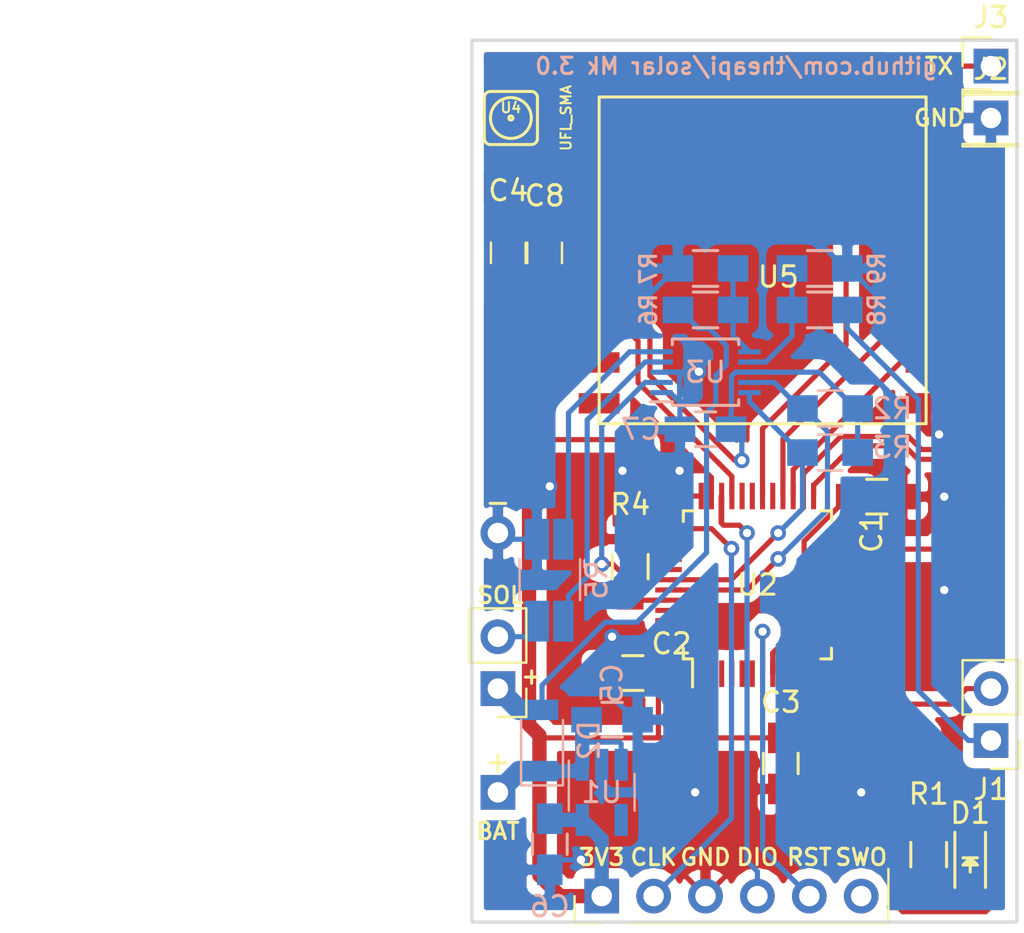
<source format=kicad_pcb>
(kicad_pcb (version 4) (host pcbnew 4.0.6)

  (general
    (links 78)
    (no_connects 0)
    (area 135.814999 51.994999 162.635001 95.325001)
    (thickness 1.6)
    (drawings 17)
    (tracks 376)
    (zones 0)
    (modules 30)
    (nets 59)
  )

  (page A4)
  (layers
    (0 F.Cu signal)
    (31 B.Cu signal)
    (32 B.Adhes user)
    (33 F.Adhes user)
    (34 B.Paste user)
    (35 F.Paste user)
    (36 B.SilkS user)
    (37 F.SilkS user)
    (38 B.Mask user)
    (39 F.Mask user)
    (40 Dwgs.User user)
    (41 Cmts.User user)
    (42 Eco1.User user)
    (43 Eco2.User user)
    (44 Edge.Cuts user)
    (45 Margin user)
    (46 B.CrtYd user hide)
    (47 F.CrtYd user hide)
    (48 B.Fab user hide)
    (49 F.Fab user hide)
  )

  (setup
    (last_trace_width 0.254)
    (trace_clearance 0.2032)
    (zone_clearance 0.508)
    (zone_45_only no)
    (trace_min 0.1524)
    (segment_width 0.2)
    (edge_width 0.15)
    (via_size 0.762)
    (via_drill 0.4064)
    (via_min_size 0.6858)
    (via_min_drill 0.3302)
    (uvia_size 0.3048)
    (uvia_drill 0.1016)
    (uvias_allowed no)
    (uvia_min_size 0)
    (uvia_min_drill 0)
    (pcb_text_width 0.15)
    (pcb_text_size 0.8 0.8)
    (mod_edge_width 0.15)
    (mod_text_size 1 1)
    (mod_text_width 0.15)
    (pad_size 1.524 1.524)
    (pad_drill 0.762)
    (pad_to_mask_clearance 0.2)
    (aux_axis_origin 0 0)
    (visible_elements FFFEFF7F)
    (pcbplotparams
      (layerselection 0x010f0_80000001)
      (usegerberextensions true)
      (excludeedgelayer true)
      (linewidth 0.101600)
      (plotframeref false)
      (viasonmask false)
      (mode 1)
      (useauxorigin false)
      (hpglpennumber 1)
      (hpglpenspeed 20)
      (hpglpendiameter 15)
      (hpglpenoverlay 2)
      (psnegative false)
      (psa4output false)
      (plotreference true)
      (plotvalue true)
      (plotinvisibletext false)
      (padsonsilk false)
      (subtractmaskfromsilk false)
      (outputformat 1)
      (mirror false)
      (drillshape 0)
      (scaleselection 1)
      (outputdirectory gerber/))
  )

  (net 0 "")
  (net 1 Earth)
  (net 2 SWCLK)
  (net 3 SWDIO)
  (net 4 NRST)
  (net 5 "Net-(D1-Pad2)")
  (net 6 +3V3)
  (net 7 "Net-(J1-Pad1)")
  (net 8 I2C1_SDA)
  (net 9 I2C1_SCL)
  (net 10 ADC_RDY)
  (net 11 ANT)
  (net 12 "Net-(U1-Pad4)")
  (net 13 "Net-(U5-Pad7)")
  (net 14 "Net-(U5-Pad11)")
  (net 15 "Net-(U5-Pad12)")
  (net 16 "Net-(U5-Pad15)")
  (net 17 "Net-(U5-Pad16)")
  (net 18 "Net-(R4-Pad1)")
  (net 19 "Net-(U2-Pad2)")
  (net 20 "Net-(U2-Pad3)")
  (net 21 "Net-(U2-Pad4)")
  (net 22 "Net-(U2-Pad5)")
  (net 23 "Net-(U2-Pad6)")
  (net 24 "Net-(U2-Pad13)")
  (net 25 "Net-(U2-Pad18)")
  (net 26 "Net-(U2-Pad19)")
  (net 27 "Net-(U2-Pad20)")
  (net 28 "Net-(U2-Pad21)")
  (net 29 "Net-(U2-Pad32)")
  (net 30 "Net-(U2-Pad38)")
  (net 31 "Net-(U2-Pad40)")
  (net 32 "Net-(U2-Pad45)")
  (net 33 "Net-(U2-Pad46)")
  (net 34 "Net-(BT1-Pad1)")
  (net 35 "Net-(D2-Pad2)")
  (net 36 "Net-(U2-Pad14)")
  (net 37 RFM_RST)
  (net 38 DIO0)
  (net 39 /AIN2)
  (net 40 LGT_GND)
  (net 41 USART1_TX)
  (net 42 "Net-(P1-Pad6)")
  (net 43 LED)
  (net 44 "Net-(U2-Pad12)")
  (net 45 "Net-(U2-Pad15)")
  (net 46 "Net-(U2-Pad16)")
  (net 47 "Net-(U2-Pad17)")
  (net 48 SPI2_NSS)
  (net 49 SPI2_SCK)
  (net 50 SPI2_MISO)
  (net 51 SPI2_MOSI)
  (net 52 "Net-(U2-Pad29)")
  (net 53 "Net-(U2-Pad31)")
  (net 54 "Net-(U2-Pad39)")
  (net 55 /AIN0)
  (net 56 /AIN3)
  (net 57 SOL_GND)
  (net 58 /AIN1)

  (net_class Default "This is the default net class."
    (clearance 0.2032)
    (trace_width 0.254)
    (via_dia 0.762)
    (via_drill 0.4064)
    (uvia_dia 0.3048)
    (uvia_drill 0.1016)
    (add_net +3V3)
    (add_net /AIN0)
    (add_net /AIN1)
    (add_net /AIN2)
    (add_net /AIN3)
    (add_net ADC_RDY)
    (add_net ANT)
    (add_net DIO0)
    (add_net Earth)
    (add_net I2C1_SCL)
    (add_net I2C1_SDA)
    (add_net LED)
    (add_net LGT_GND)
    (add_net NRST)
    (add_net "Net-(BT1-Pad1)")
    (add_net "Net-(D1-Pad2)")
    (add_net "Net-(D2-Pad2)")
    (add_net "Net-(J1-Pad1)")
    (add_net "Net-(P1-Pad6)")
    (add_net "Net-(R4-Pad1)")
    (add_net "Net-(U1-Pad4)")
    (add_net "Net-(U2-Pad12)")
    (add_net "Net-(U2-Pad13)")
    (add_net "Net-(U2-Pad14)")
    (add_net "Net-(U2-Pad15)")
    (add_net "Net-(U2-Pad16)")
    (add_net "Net-(U2-Pad17)")
    (add_net "Net-(U2-Pad18)")
    (add_net "Net-(U2-Pad19)")
    (add_net "Net-(U2-Pad2)")
    (add_net "Net-(U2-Pad20)")
    (add_net "Net-(U2-Pad21)")
    (add_net "Net-(U2-Pad29)")
    (add_net "Net-(U2-Pad3)")
    (add_net "Net-(U2-Pad31)")
    (add_net "Net-(U2-Pad32)")
    (add_net "Net-(U2-Pad38)")
    (add_net "Net-(U2-Pad39)")
    (add_net "Net-(U2-Pad4)")
    (add_net "Net-(U2-Pad40)")
    (add_net "Net-(U2-Pad45)")
    (add_net "Net-(U2-Pad46)")
    (add_net "Net-(U2-Pad5)")
    (add_net "Net-(U2-Pad6)")
    (add_net "Net-(U5-Pad11)")
    (add_net "Net-(U5-Pad12)")
    (add_net "Net-(U5-Pad15)")
    (add_net "Net-(U5-Pad16)")
    (add_net "Net-(U5-Pad7)")
    (add_net RFM_RST)
    (add_net SOL_GND)
    (add_net SPI2_MISO)
    (add_net SPI2_MOSI)
    (add_net SPI2_NSS)
    (add_net SPI2_SCK)
    (add_net SWCLK)
    (add_net SWDIO)
    (add_net USART1_TX)
  )

  (net_class Wide ""
    (clearance 0.254)
    (trace_width 0.3556)
    (via_dia 0.762)
    (via_drill 0.4064)
    (uvia_dia 0.3048)
    (uvia_drill 0.1016)
  )

  (module theapi:Pin_Header_Straight_1x06_Pitch2.54mm (layer F.Cu) (tedit 5935AC1A) (tstamp 5935B034)
    (at 142.24 93.98 90)
    (descr "Through hole straight pin header, 1x06, 2.54mm pitch, single row")
    (tags "Through hole pin header THT 1x06 2.54mm single row")
    (path /58036840)
    (fp_text reference P1 (at 0 -2.33 90) (layer F.SilkS) hide
      (effects (font (size 1 1) (thickness 0.15)))
    )
    (fp_text value SWD (at 0 15.03 90) (layer F.Fab)
      (effects (font (size 1 1) (thickness 0.15)))
    )
    (fp_line (start -1.27 -1.27) (end -1.27 13.97) (layer F.Fab) (width 0.1))
    (fp_line (start -1.27 13.97) (end 1.27 13.97) (layer F.Fab) (width 0.1))
    (fp_line (start 1.27 13.97) (end 1.27 -1.27) (layer F.Fab) (width 0.1))
    (fp_line (start 1.27 -1.27) (end -1.27 -1.27) (layer F.Fab) (width 0.1))
    (fp_line (start -1.33 1.27) (end -1.33 14.03) (layer F.SilkS) (width 0.12))
    (fp_line (start -1.33 14.03) (end 1.33 14.03) (layer F.SilkS) (width 0.12))
    (fp_line (start -1.33 0) (end -1.33 -1.33) (layer F.SilkS) (width 0.12))
    (fp_line (start -1.33 -1.33) (end 0 -1.33) (layer F.SilkS) (width 0.12))
    (fp_line (start -1.8 -1.8) (end -1.8 14.5) (layer F.CrtYd) (width 0.05))
    (fp_line (start -1.8 14.5) (end 1.8 14.5) (layer F.CrtYd) (width 0.05))
    (fp_line (start 1.8 14.5) (end 1.8 -1.8) (layer F.CrtYd) (width 0.05))
    (fp_line (start 1.8 -1.8) (end -1.8 -1.8) (layer F.CrtYd) (width 0.05))
    (fp_text user %R (at 0 -2.33 90) (layer F.Fab)
      (effects (font (size 1 1) (thickness 0.15)))
    )
    (pad 1 thru_hole rect (at 0 0 90) (size 1.7 1.7) (drill 1) (layers *.Cu *.Mask)
      (net 6 +3V3))
    (pad 2 thru_hole oval (at 0 2.54 90) (size 1.7 1.7) (drill 1) (layers *.Cu *.Mask)
      (net 2 SWCLK))
    (pad 3 thru_hole oval (at 0 5.08 90) (size 1.7 1.7) (drill 1) (layers *.Cu *.Mask)
      (net 1 Earth))
    (pad 4 thru_hole oval (at 0 7.62 90) (size 1.7 1.7) (drill 1) (layers *.Cu *.Mask)
      (net 3 SWDIO))
    (pad 5 thru_hole oval (at 0 10.16 90) (size 1.7 1.7) (drill 1) (layers *.Cu *.Mask)
      (net 4 NRST))
    (pad 6 thru_hole oval (at 0 12.7 90) (size 1.7 1.7) (drill 1) (layers *.Cu *.Mask)
      (net 42 "Net-(P1-Pad6)"))
    (model ${KISYS3DMOD}/Pin_Headers.3dshapes/Pin_Header_Straight_1x06_Pitch2.54mm.wrl
      (at (xyz 0 -0.25 0))
      (scale (xyz 1 1 1))
      (rotate (xyz 0 0 90))
    )
  )

  (module kicad:RFM92_95_96_98 (layer F.Cu) (tedit 585233AB) (tstamp 59315877)
    (at 158.115 69.85 180)
    (path /592DE9B5)
    (fp_text reference U5 (at 7.23 6.19 180) (layer F.SilkS)
      (effects (font (size 1 1) (thickness 0.15)))
    )
    (fp_text value RFM92/95 (at 7.99 2.51 180) (layer F.Fab) hide
      (effects (font (size 1 1) (thickness 0.15)))
    )
    (fp_line (start 0 -1) (end 0 15) (layer F.SilkS) (width 0.15))
    (fp_line (start 0 15) (end 16 15) (layer F.SilkS) (width 0.15))
    (fp_line (start 16 15) (end 16 -1) (layer F.SilkS) (width 0.15))
    (fp_line (start 16 -1) (end 0 -1) (layer F.SilkS) (width 0.15))
    (pad 1 smd rect (at 0 0 180) (size 2 1) (layers F.Cu F.Paste F.Mask)
      (net 1 Earth))
    (pad 2 smd rect (at 0 2 180) (size 2 1) (layers F.Cu F.Paste F.Mask)
      (net 50 SPI2_MISO))
    (pad 3 smd rect (at 0 4 180) (size 2 1) (layers F.Cu F.Paste F.Mask)
      (net 51 SPI2_MOSI))
    (pad 4 smd rect (at 0 6 180) (size 2 1) (layers F.Cu F.Paste F.Mask)
      (net 49 SPI2_SCK))
    (pad 5 smd rect (at 0 8 180) (size 2 1) (layers F.Cu F.Paste F.Mask)
      (net 48 SPI2_NSS))
    (pad 6 smd rect (at 0 10 180) (size 2 1) (layers F.Cu F.Paste F.Mask)
      (net 37 RFM_RST))
    (pad 7 smd rect (at 0 12 180) (size 2 1) (layers F.Cu F.Paste F.Mask)
      (net 13 "Net-(U5-Pad7)"))
    (pad 8 smd rect (at 0 14 180) (size 2 1) (layers F.Cu F.Paste F.Mask)
      (net 1 Earth))
    (pad 9 smd rect (at 16 14 180) (size 2 1) (layers F.Cu F.Paste F.Mask)
      (net 11 ANT))
    (pad 10 smd rect (at 16 12 180) (size 2 1) (layers F.Cu F.Paste F.Mask)
      (net 1 Earth))
    (pad 11 smd rect (at 16 10 180) (size 2 1) (layers F.Cu F.Paste F.Mask)
      (net 14 "Net-(U5-Pad11)"))
    (pad 12 smd rect (at 16 8 180) (size 2 1) (layers F.Cu F.Paste F.Mask)
      (net 15 "Net-(U5-Pad12)"))
    (pad 13 smd rect (at 16 6 180) (size 2 1) (layers F.Cu F.Paste F.Mask)
      (net 6 +3V3))
    (pad 14 smd rect (at 16 4 180) (size 2 1) (layers F.Cu F.Paste F.Mask)
      (net 38 DIO0))
    (pad 15 smd rect (at 16 2 180) (size 2 1) (layers F.Cu F.Paste F.Mask)
      (net 16 "Net-(U5-Pad15)"))
    (pad 16 smd rect (at 16 0 180) (size 2 1) (layers F.Cu F.Paste F.Mask)
      (net 17 "Net-(U5-Pad16)"))
  )

  (module Capacitors_SMD:C_0805_HandSoldering (layer F.Cu) (tedit 5935B3AE) (tstamp 580213D4)
    (at 155.702 74.422)
    (descr "Capacitor SMD 0805, hand soldering")
    (tags "capacitor 0805")
    (path /58021E64)
    (attr smd)
    (fp_text reference C1 (at -0.254 1.778 90) (layer F.SilkS)
      (effects (font (size 1 1) (thickness 0.15)))
    )
    (fp_text value 100nF (at 0 2.1) (layer F.Fab)
      (effects (font (size 1 1) (thickness 0.15)))
    )
    (fp_line (start -1 0.625) (end -1 -0.625) (layer F.Fab) (width 0.15))
    (fp_line (start 1 0.625) (end -1 0.625) (layer F.Fab) (width 0.15))
    (fp_line (start 1 -0.625) (end 1 0.625) (layer F.Fab) (width 0.15))
    (fp_line (start -1 -0.625) (end 1 -0.625) (layer F.Fab) (width 0.15))
    (fp_line (start -2.3 -1) (end 2.3 -1) (layer F.CrtYd) (width 0.05))
    (fp_line (start -2.3 1) (end 2.3 1) (layer F.CrtYd) (width 0.05))
    (fp_line (start -2.3 -1) (end -2.3 1) (layer F.CrtYd) (width 0.05))
    (fp_line (start 2.3 -1) (end 2.3 1) (layer F.CrtYd) (width 0.05))
    (fp_line (start 0.5 -0.85) (end -0.5 -0.85) (layer F.SilkS) (width 0.15))
    (fp_line (start -0.5 0.85) (end 0.5 0.85) (layer F.SilkS) (width 0.15))
    (pad 1 smd rect (at -1.25 0) (size 1.5 1.25) (layers F.Cu F.Paste F.Mask)
      (net 6 +3V3))
    (pad 2 smd rect (at 1.25 0) (size 1.5 1.25) (layers F.Cu F.Paste F.Mask)
      (net 1 Earth))
    (model Capacitors_SMD.3dshapes/C_0805_HandSoldering.wrl
      (at (xyz 0 0 0))
      (scale (xyz 1 1 1))
      (rotate (xyz 0 0 0))
    )
  )

  (module Capacitors_SMD:C_0805_HandSoldering (layer F.Cu) (tedit 5935B3A8) (tstamp 580213DA)
    (at 143.764 83.058 180)
    (descr "Capacitor SMD 0805, hand soldering")
    (tags "capacitor 0805")
    (path /5803B990)
    (attr smd)
    (fp_text reference C2 (at -1.89 1.436 180) (layer F.SilkS)
      (effects (font (size 1 1) (thickness 0.15)))
    )
    (fp_text value 100nF (at 0 2.1 180) (layer F.Fab)
      (effects (font (size 1 1) (thickness 0.15)))
    )
    (fp_line (start -1 0.625) (end -1 -0.625) (layer F.Fab) (width 0.15))
    (fp_line (start 1 0.625) (end -1 0.625) (layer F.Fab) (width 0.15))
    (fp_line (start 1 -0.625) (end 1 0.625) (layer F.Fab) (width 0.15))
    (fp_line (start -1 -0.625) (end 1 -0.625) (layer F.Fab) (width 0.15))
    (fp_line (start -2.3 -1) (end 2.3 -1) (layer F.CrtYd) (width 0.05))
    (fp_line (start -2.3 1) (end 2.3 1) (layer F.CrtYd) (width 0.05))
    (fp_line (start -2.3 -1) (end -2.3 1) (layer F.CrtYd) (width 0.05))
    (fp_line (start 2.3 -1) (end 2.3 1) (layer F.CrtYd) (width 0.05))
    (fp_line (start 0.5 -0.85) (end -0.5 -0.85) (layer F.SilkS) (width 0.15))
    (fp_line (start -0.5 0.85) (end 0.5 0.85) (layer F.SilkS) (width 0.15))
    (pad 1 smd rect (at -1.25 0 180) (size 1.5 1.25) (layers F.Cu F.Paste F.Mask)
      (net 6 +3V3))
    (pad 2 smd rect (at 1.25 0 180) (size 1.5 1.25) (layers F.Cu F.Paste F.Mask)
      (net 1 Earth))
    (model Capacitors_SMD.3dshapes/C_0805_HandSoldering.wrl
      (at (xyz 0 0 0))
      (scale (xyz 1 1 1))
      (rotate (xyz 0 0 0))
    )
  )

  (module Capacitors_SMD:C_0805_HandSoldering (layer F.Cu) (tedit 5935B592) (tstamp 5803944C)
    (at 151.003 87.483 270)
    (descr "Capacitor SMD 0805, hand soldering")
    (tags "capacitor 0805")
    (path /5803BA4A)
    (attr smd)
    (fp_text reference C3 (at -3 0 360) (layer F.SilkS)
      (effects (font (size 1 1) (thickness 0.15)))
    )
    (fp_text value 100nF (at 0 2.1 270) (layer F.Fab)
      (effects (font (size 1 1) (thickness 0.15)))
    )
    (fp_line (start -1 0.625) (end -1 -0.625) (layer F.Fab) (width 0.15))
    (fp_line (start 1 0.625) (end -1 0.625) (layer F.Fab) (width 0.15))
    (fp_line (start 1 -0.625) (end 1 0.625) (layer F.Fab) (width 0.15))
    (fp_line (start -1 -0.625) (end 1 -0.625) (layer F.Fab) (width 0.15))
    (fp_line (start -2.3 -1) (end 2.3 -1) (layer F.CrtYd) (width 0.05))
    (fp_line (start -2.3 1) (end 2.3 1) (layer F.CrtYd) (width 0.05))
    (fp_line (start -2.3 -1) (end -2.3 1) (layer F.CrtYd) (width 0.05))
    (fp_line (start 2.3 -1) (end 2.3 1) (layer F.CrtYd) (width 0.05))
    (fp_line (start 0.5 -0.85) (end -0.5 -0.85) (layer F.SilkS) (width 0.15))
    (fp_line (start -0.5 0.85) (end 0.5 0.85) (layer F.SilkS) (width 0.15))
    (pad 1 smd rect (at -1.25 0 270) (size 1.5 1.25) (layers F.Cu F.Paste F.Mask)
      (net 6 +3V3))
    (pad 2 smd rect (at 1.25 0 270) (size 1.5 1.25) (layers F.Cu F.Paste F.Mask)
      (net 1 Earth))
    (model Capacitors_SMD.3dshapes/C_0805_HandSoldering.wrl
      (at (xyz 0 0 0))
      (scale (xyz 1 1 1))
      (rotate (xyz 0 0 0))
    )
  )

  (module Resistors_SMD:R_0805_HandSoldering (layer F.Cu) (tedit 5935A7A9) (tstamp 580394A2)
    (at 158.242 91.948 270)
    (descr "Resistor SMD 0805, hand soldering")
    (tags "resistor 0805")
    (path /580770D7)
    (attr smd)
    (fp_text reference R1 (at -2.968 0 360) (layer F.SilkS)
      (effects (font (size 1 1) (thickness 0.15)))
    )
    (fp_text value 820 (at 0 2.1 270) (layer F.Fab)
      (effects (font (size 1 1) (thickness 0.15)))
    )
    (fp_line (start -2.4 -1) (end 2.4 -1) (layer F.CrtYd) (width 0.05))
    (fp_line (start -2.4 1) (end 2.4 1) (layer F.CrtYd) (width 0.05))
    (fp_line (start -2.4 -1) (end -2.4 1) (layer F.CrtYd) (width 0.05))
    (fp_line (start 2.4 -1) (end 2.4 1) (layer F.CrtYd) (width 0.05))
    (fp_line (start 0.6 0.875) (end -0.6 0.875) (layer F.SilkS) (width 0.15))
    (fp_line (start -0.6 -0.875) (end 0.6 -0.875) (layer F.SilkS) (width 0.15))
    (pad 1 smd rect (at -1.35 0 270) (size 1.5 1.3) (layers F.Cu F.Paste F.Mask)
      (net 43 LED))
    (pad 2 smd rect (at 1.35 0 270) (size 1.5 1.3) (layers F.Cu F.Paste F.Mask)
      (net 5 "Net-(D1-Pad2)"))
    (model Resistors_SMD.3dshapes/R_0805_HandSoldering.wrl
      (at (xyz 0 0 0))
      (scale (xyz 1 1 1))
      (rotate (xyz 0 0 0))
    )
  )

  (module Capacitors_SMD:C_0805_HandSoldering (layer B.Cu) (tedit 5935A7EE) (tstamp 5803B85A)
    (at 142.748 85.344)
    (descr "Capacitor SMD 0805, hand soldering")
    (tags "capacitor 0805")
    (path /59302470)
    (attr smd)
    (fp_text reference C5 (at 0 -1.778 270) (layer B.SilkS)
      (effects (font (size 1 1) (thickness 0.15)) (justify mirror))
    )
    (fp_text value 1uf (at 0 -2.1) (layer B.Fab)
      (effects (font (size 1 1) (thickness 0.15)) (justify mirror))
    )
    (fp_line (start -1 -0.625) (end -1 0.625) (layer B.Fab) (width 0.15))
    (fp_line (start 1 -0.625) (end -1 -0.625) (layer B.Fab) (width 0.15))
    (fp_line (start 1 0.625) (end 1 -0.625) (layer B.Fab) (width 0.15))
    (fp_line (start -1 0.625) (end 1 0.625) (layer B.Fab) (width 0.15))
    (fp_line (start -2.3 1) (end 2.3 1) (layer B.CrtYd) (width 0.05))
    (fp_line (start -2.3 -1) (end 2.3 -1) (layer B.CrtYd) (width 0.05))
    (fp_line (start -2.3 1) (end -2.3 -1) (layer B.CrtYd) (width 0.05))
    (fp_line (start 2.3 1) (end 2.3 -1) (layer B.CrtYd) (width 0.05))
    (fp_line (start 0.5 0.85) (end -0.5 0.85) (layer B.SilkS) (width 0.15))
    (fp_line (start -0.5 -0.85) (end 0.5 -0.85) (layer B.SilkS) (width 0.15))
    (pad 1 smd rect (at -1.25 0) (size 1.5 1.25) (layers B.Cu B.Paste B.Mask)
      (net 34 "Net-(BT1-Pad1)"))
    (pad 2 smd rect (at 1.25 0) (size 1.5 1.25) (layers B.Cu B.Paste B.Mask)
      (net 1 Earth))
    (model Capacitors_SMD.3dshapes/C_0805_HandSoldering.wrl
      (at (xyz 0 0 0))
      (scale (xyz 1 1 1))
      (rotate (xyz 0 0 0))
    )
  )

  (module Capacitors_SMD:C_0805_HandSoldering (layer B.Cu) (tedit 5935A7CA) (tstamp 5803B860)
    (at 139.7 91.44 270)
    (descr "Capacitor SMD 0805, hand soldering")
    (tags "capacitor 0805")
    (path /5930294B)
    (attr smd)
    (fp_text reference C6 (at 3.048 0 540) (layer B.SilkS)
      (effects (font (size 1 1) (thickness 0.15)) (justify mirror))
    )
    (fp_text value 1uf (at 0 -2.1 270) (layer B.Fab)
      (effects (font (size 1 1) (thickness 0.15)) (justify mirror))
    )
    (fp_line (start -1 -0.625) (end -1 0.625) (layer B.Fab) (width 0.15))
    (fp_line (start 1 -0.625) (end -1 -0.625) (layer B.Fab) (width 0.15))
    (fp_line (start 1 0.625) (end 1 -0.625) (layer B.Fab) (width 0.15))
    (fp_line (start -1 0.625) (end 1 0.625) (layer B.Fab) (width 0.15))
    (fp_line (start -2.3 1) (end 2.3 1) (layer B.CrtYd) (width 0.05))
    (fp_line (start -2.3 -1) (end 2.3 -1) (layer B.CrtYd) (width 0.05))
    (fp_line (start -2.3 1) (end -2.3 -1) (layer B.CrtYd) (width 0.05))
    (fp_line (start 2.3 1) (end 2.3 -1) (layer B.CrtYd) (width 0.05))
    (fp_line (start 0.5 0.85) (end -0.5 0.85) (layer B.SilkS) (width 0.15))
    (fp_line (start -0.5 -0.85) (end 0.5 -0.85) (layer B.SilkS) (width 0.15))
    (pad 1 smd rect (at -1.25 0 270) (size 1.5 1.25) (layers B.Cu B.Paste B.Mask)
      (net 6 +3V3))
    (pad 2 smd rect (at 1.25 0 270) (size 1.5 1.25) (layers B.Cu B.Paste B.Mask)
      (net 1 Earth))
    (model Capacitors_SMD.3dshapes/C_0805_HandSoldering.wrl
      (at (xyz 0 0 0))
      (scale (xyz 1 1 1))
      (rotate (xyz 0 0 0))
    )
  )

  (module Capacitors_SMD:C_0805_HandSoldering (layer B.Cu) (tedit 593714DB) (tstamp 58063C76)
    (at 147.32 71.12 180)
    (descr "Capacitor SMD 0805, hand soldering")
    (tags "capacitor 0805")
    (path /5930245B)
    (attr smd)
    (fp_text reference C7 (at 3.175 0 180) (layer B.SilkS)
      (effects (font (size 1 1) (thickness 0.15)) (justify mirror))
    )
    (fp_text value C (at 0 -2.1 180) (layer B.Fab)
      (effects (font (size 1 1) (thickness 0.15)) (justify mirror))
    )
    (fp_line (start -1 -0.625) (end -1 0.625) (layer B.Fab) (width 0.15))
    (fp_line (start 1 -0.625) (end -1 -0.625) (layer B.Fab) (width 0.15))
    (fp_line (start 1 0.625) (end 1 -0.625) (layer B.Fab) (width 0.15))
    (fp_line (start -1 0.625) (end 1 0.625) (layer B.Fab) (width 0.15))
    (fp_line (start -2.3 1) (end 2.3 1) (layer B.CrtYd) (width 0.05))
    (fp_line (start -2.3 -1) (end 2.3 -1) (layer B.CrtYd) (width 0.05))
    (fp_line (start -2.3 1) (end -2.3 -1) (layer B.CrtYd) (width 0.05))
    (fp_line (start 2.3 1) (end 2.3 -1) (layer B.CrtYd) (width 0.05))
    (fp_line (start 0.5 0.85) (end -0.5 0.85) (layer B.SilkS) (width 0.15))
    (fp_line (start -0.5 -0.85) (end 0.5 -0.85) (layer B.SilkS) (width 0.15))
    (pad 1 smd rect (at -1.25 0 180) (size 1.5 1.25) (layers B.Cu B.Paste B.Mask)
      (net 6 +3V3))
    (pad 2 smd rect (at 1.25 0 180) (size 1.5 1.25) (layers B.Cu B.Paste B.Mask)
      (net 1 Earth))
    (model Capacitors_SMD.3dshapes/C_0805_HandSoldering.wrl
      (at (xyz 0 0 0))
      (scale (xyz 1 1 1))
      (rotate (xyz 0 0 0))
    )
  )

  (module LEDs:LED_0805 (layer F.Cu) (tedit 580FB8D4) (tstamp 5807E29B)
    (at 160.274 92.456 270)
    (descr "LED 0805 smd package")
    (tags "LED 0805 SMD")
    (path /592DE199)
    (attr smd)
    (fp_text reference D1 (at -2.54 0 360) (layer F.SilkS)
      (effects (font (size 1 1) (thickness 0.15)))
    )
    (fp_text value LED (at 0 1.75 270) (layer F.Fab)
      (effects (font (size 1 1) (thickness 0.15)))
    )
    (fp_line (start -0.4 -0.3) (end -0.4 0.3) (layer F.Fab) (width 0.15))
    (fp_line (start -0.3 0) (end 0 -0.3) (layer F.Fab) (width 0.15))
    (fp_line (start 0 0.3) (end -0.3 0) (layer F.Fab) (width 0.15))
    (fp_line (start 0 -0.3) (end 0 0.3) (layer F.Fab) (width 0.15))
    (fp_line (start 1 -0.6) (end -1 -0.6) (layer F.Fab) (width 0.15))
    (fp_line (start 1 0.6) (end 1 -0.6) (layer F.Fab) (width 0.15))
    (fp_line (start -1 0.6) (end 1 0.6) (layer F.Fab) (width 0.15))
    (fp_line (start -1 -0.6) (end -1 0.6) (layer F.Fab) (width 0.15))
    (fp_line (start -1.6 0.75) (end 1.1 0.75) (layer F.SilkS) (width 0.15))
    (fp_line (start -1.6 -0.75) (end 1.1 -0.75) (layer F.SilkS) (width 0.15))
    (fp_line (start -0.1 0.15) (end -0.1 -0.1) (layer F.SilkS) (width 0.15))
    (fp_line (start -0.1 -0.1) (end -0.25 0.05) (layer F.SilkS) (width 0.15))
    (fp_line (start -0.35 -0.35) (end -0.35 0.35) (layer F.SilkS) (width 0.15))
    (fp_line (start 0 0) (end 0.35 0) (layer F.SilkS) (width 0.15))
    (fp_line (start -0.35 0) (end 0 -0.35) (layer F.SilkS) (width 0.15))
    (fp_line (start 0 -0.35) (end 0 0.35) (layer F.SilkS) (width 0.15))
    (fp_line (start 0 0.35) (end -0.35 0) (layer F.SilkS) (width 0.15))
    (fp_line (start 1.9 -0.95) (end 1.9 0.95) (layer F.CrtYd) (width 0.05))
    (fp_line (start 1.9 0.95) (end -1.9 0.95) (layer F.CrtYd) (width 0.05))
    (fp_line (start -1.9 0.95) (end -1.9 -0.95) (layer F.CrtYd) (width 0.05))
    (fp_line (start -1.9 -0.95) (end 1.9 -0.95) (layer F.CrtYd) (width 0.05))
    (pad 2 smd rect (at 1.04902 0 90) (size 1.19888 1.19888) (layers F.Cu F.Paste F.Mask)
      (net 5 "Net-(D1-Pad2)"))
    (pad 1 smd rect (at -1.04902 0 90) (size 1.19888 1.19888) (layers F.Cu F.Paste F.Mask)
      (net 1 Earth))
    (model LEDs.3dshapes/LED_0805.wrl
      (at (xyz 0 0 0))
      (scale (xyz 1 1 1))
      (rotate (xyz 0 0 0))
    )
  )

  (module Resistors_SMD:R_0805_HandSoldering (layer F.Cu) (tedit 5935AACA) (tstamp 5807E2A1)
    (at 143.637 77.851 90)
    (descr "Resistor SMD 0805, hand soldering")
    (tags "resistor 0805")
    (path /5806575A)
    (attr smd)
    (fp_text reference R4 (at 3.048 0 360) (layer F.SilkS)
      (effects (font (size 1 1) (thickness 0.15)))
    )
    (fp_text value 10K (at 0 2.1 90) (layer F.Fab)
      (effects (font (size 1 1) (thickness 0.15)))
    )
    (fp_line (start -2.4 -1) (end 2.4 -1) (layer F.CrtYd) (width 0.05))
    (fp_line (start -2.4 1) (end 2.4 1) (layer F.CrtYd) (width 0.05))
    (fp_line (start -2.4 -1) (end -2.4 1) (layer F.CrtYd) (width 0.05))
    (fp_line (start 2.4 -1) (end 2.4 1) (layer F.CrtYd) (width 0.05))
    (fp_line (start 0.6 0.875) (end -0.6 0.875) (layer F.SilkS) (width 0.15))
    (fp_line (start -0.6 -0.875) (end 0.6 -0.875) (layer F.SilkS) (width 0.15))
    (pad 1 smd rect (at -1.35 0 90) (size 1.5 1.3) (layers F.Cu F.Paste F.Mask)
      (net 18 "Net-(R4-Pad1)"))
    (pad 2 smd rect (at 1.35 0 90) (size 1.5 1.3) (layers F.Cu F.Paste F.Mask)
      (net 1 Earth))
    (model Resistors_SMD.3dshapes/R_0805_HandSoldering.wrl
      (at (xyz 0 0 0))
      (scale (xyz 1 1 1))
      (rotate (xyz 0 0 0))
    )
  )

  (module Resistors_SMD:R_0805_HandSoldering (layer B.Cu) (tedit 5935A805) (tstamp 5931583A)
    (at 153.416 70.104 180)
    (descr "Resistor SMD 0805, hand soldering")
    (tags "resistor 0805")
    (path /59300F14)
    (attr smd)
    (fp_text reference R2 (at -3.048 0 180) (layer B.SilkS)
      (effects (font (size 1 1) (thickness 0.15)) (justify mirror))
    )
    (fp_text value 10K (at 0 -1.75 180) (layer B.Fab)
      (effects (font (size 1 1) (thickness 0.15)) (justify mirror))
    )
    (fp_text user %R (at 0 0 180) (layer B.Fab)
      (effects (font (size 0.5 0.5) (thickness 0.075)) (justify mirror))
    )
    (fp_line (start -1 -0.62) (end -1 0.62) (layer B.Fab) (width 0.1))
    (fp_line (start 1 -0.62) (end -1 -0.62) (layer B.Fab) (width 0.1))
    (fp_line (start 1 0.62) (end 1 -0.62) (layer B.Fab) (width 0.1))
    (fp_line (start -1 0.62) (end 1 0.62) (layer B.Fab) (width 0.1))
    (fp_line (start 0.6 -0.88) (end -0.6 -0.88) (layer B.SilkS) (width 0.12))
    (fp_line (start -0.6 0.88) (end 0.6 0.88) (layer B.SilkS) (width 0.12))
    (fp_line (start -2.35 0.9) (end 2.35 0.9) (layer B.CrtYd) (width 0.05))
    (fp_line (start -2.35 0.9) (end -2.35 -0.9) (layer B.CrtYd) (width 0.05))
    (fp_line (start 2.35 -0.9) (end 2.35 0.9) (layer B.CrtYd) (width 0.05))
    (fp_line (start 2.35 -0.9) (end -2.35 -0.9) (layer B.CrtYd) (width 0.05))
    (pad 1 smd rect (at -1.35 0 180) (size 1.5 1.3) (layers B.Cu B.Paste B.Mask)
      (net 6 +3V3))
    (pad 2 smd rect (at 1.35 0 180) (size 1.5 1.3) (layers B.Cu B.Paste B.Mask)
      (net 8 I2C1_SDA))
    (model ${KISYS3DMOD}/Resistors_SMD.3dshapes/R_0805.wrl
      (at (xyz 0 0 0))
      (scale (xyz 1 1 1))
      (rotate (xyz 0 0 0))
    )
  )

  (module Resistors_SMD:R_0805_HandSoldering (layer B.Cu) (tedit 5935A7FF) (tstamp 5931583F)
    (at 153.416 72.263 180)
    (descr "Resistor SMD 0805, hand soldering")
    (tags "resistor 0805")
    (path /59300E59)
    (attr smd)
    (fp_text reference R3 (at -3.048 0.254 360) (layer B.SilkS)
      (effects (font (size 1 1) (thickness 0.15)) (justify mirror))
    )
    (fp_text value 10K (at 0 -1.75 180) (layer B.Fab)
      (effects (font (size 1 1) (thickness 0.15)) (justify mirror))
    )
    (fp_text user %R (at 0 0 180) (layer B.Fab)
      (effects (font (size 0.5 0.5) (thickness 0.075)) (justify mirror))
    )
    (fp_line (start -1 -0.62) (end -1 0.62) (layer B.Fab) (width 0.1))
    (fp_line (start 1 -0.62) (end -1 -0.62) (layer B.Fab) (width 0.1))
    (fp_line (start 1 0.62) (end 1 -0.62) (layer B.Fab) (width 0.1))
    (fp_line (start -1 0.62) (end 1 0.62) (layer B.Fab) (width 0.1))
    (fp_line (start 0.6 -0.88) (end -0.6 -0.88) (layer B.SilkS) (width 0.12))
    (fp_line (start -0.6 0.88) (end 0.6 0.88) (layer B.SilkS) (width 0.12))
    (fp_line (start -2.35 0.9) (end 2.35 0.9) (layer B.CrtYd) (width 0.05))
    (fp_line (start -2.35 0.9) (end -2.35 -0.9) (layer B.CrtYd) (width 0.05))
    (fp_line (start 2.35 -0.9) (end 2.35 0.9) (layer B.CrtYd) (width 0.05))
    (fp_line (start 2.35 -0.9) (end -2.35 -0.9) (layer B.CrtYd) (width 0.05))
    (pad 1 smd rect (at -1.35 0 180) (size 1.5 1.3) (layers B.Cu B.Paste B.Mask)
      (net 6 +3V3))
    (pad 2 smd rect (at 1.35 0 180) (size 1.5 1.3) (layers B.Cu B.Paste B.Mask)
      (net 9 I2C1_SCL))
    (model ${KISYS3DMOD}/Resistors_SMD.3dshapes/R_0805.wrl
      (at (xyz 0 0 0))
      (scale (xyz 1 1 1))
      (rotate (xyz 0 0 0))
    )
  )

  (module Capacitors_SMD:C_0805_HandSoldering (layer F.Cu) (tedit 5935A7B2) (tstamp 59319312)
    (at 137.668 62.484 90)
    (descr "Capacitor SMD 0805, hand soldering")
    (tags "capacitor 0805")
    (path /58039250)
    (attr smd)
    (fp_text reference C4 (at 3.048 0 180) (layer F.SilkS)
      (effects (font (size 1 1) (thickness 0.15)))
    )
    (fp_text value 10uF (at 0 1.75 90) (layer F.Fab)
      (effects (font (size 1 1) (thickness 0.15)))
    )
    (fp_text user %R (at 0 -1.75 90) (layer F.Fab)
      (effects (font (size 1 1) (thickness 0.15)))
    )
    (fp_line (start -1 0.62) (end -1 -0.62) (layer F.Fab) (width 0.1))
    (fp_line (start 1 0.62) (end -1 0.62) (layer F.Fab) (width 0.1))
    (fp_line (start 1 -0.62) (end 1 0.62) (layer F.Fab) (width 0.1))
    (fp_line (start -1 -0.62) (end 1 -0.62) (layer F.Fab) (width 0.1))
    (fp_line (start 0.5 -0.85) (end -0.5 -0.85) (layer F.SilkS) (width 0.12))
    (fp_line (start -0.5 0.85) (end 0.5 0.85) (layer F.SilkS) (width 0.12))
    (fp_line (start -2.25 -0.88) (end 2.25 -0.88) (layer F.CrtYd) (width 0.05))
    (fp_line (start -2.25 -0.88) (end -2.25 0.87) (layer F.CrtYd) (width 0.05))
    (fp_line (start 2.25 0.87) (end 2.25 -0.88) (layer F.CrtYd) (width 0.05))
    (fp_line (start 2.25 0.87) (end -2.25 0.87) (layer F.CrtYd) (width 0.05))
    (pad 1 smd rect (at -1.25 0 90) (size 1.5 1.25) (layers F.Cu F.Paste F.Mask)
      (net 6 +3V3))
    (pad 2 smd rect (at 1.25 0 90) (size 1.5 1.25) (layers F.Cu F.Paste F.Mask)
      (net 1 Earth))
    (model Capacitors_SMD.3dshapes/C_0805.wrl
      (at (xyz 0 0 0))
      (scale (xyz 1 1 1))
      (rotate (xyz 0 0 0))
    )
  )

  (module TO_SOT_Packages_SMD:SOT-23-5_HandSoldering (layer B.Cu) (tedit 5935A7C2) (tstamp 59319313)
    (at 142.24 88.9 270)
    (descr "5-pin SOT23 package")
    (tags "SOT-23-5 hand-soldering")
    (path /592F19AA)
    (solder_mask_margin 0.07)
    (attr smd)
    (fp_text reference U1 (at 0 0 540) (layer B.SilkS)
      (effects (font (size 1 1) (thickness 0.15)) (justify mirror))
    )
    (fp_text value AP2112 (at 0 -2.9 270) (layer B.Fab)
      (effects (font (size 1 1) (thickness 0.15)) (justify mirror))
    )
    (fp_text user %R (at 0 0 270) (layer B.Fab)
      (effects (font (size 0.5 0.5) (thickness 0.075)) (justify mirror))
    )
    (fp_line (start -0.9 -1.61) (end 0.9 -1.61) (layer B.SilkS) (width 0.12))
    (fp_line (start 0.9 1.61) (end -1.55 1.61) (layer B.SilkS) (width 0.12))
    (fp_line (start -0.9 0.9) (end -0.25 1.55) (layer B.Fab) (width 0.1))
    (fp_line (start 0.9 1.55) (end -0.25 1.55) (layer B.Fab) (width 0.1))
    (fp_line (start -0.9 0.9) (end -0.9 -1.55) (layer B.Fab) (width 0.1))
    (fp_line (start 0.9 -1.55) (end -0.9 -1.55) (layer B.Fab) (width 0.1))
    (fp_line (start 0.9 1.55) (end 0.9 -1.55) (layer B.Fab) (width 0.1))
    (fp_line (start -2.38 1.8) (end 2.38 1.8) (layer B.CrtYd) (width 0.05))
    (fp_line (start -2.38 1.8) (end -2.38 -1.8) (layer B.CrtYd) (width 0.05))
    (fp_line (start 2.38 -1.8) (end 2.38 1.8) (layer B.CrtYd) (width 0.05))
    (fp_line (start 2.38 -1.8) (end -2.38 -1.8) (layer B.CrtYd) (width 0.05))
    (pad 1 smd rect (at -1.35 0.95 270) (size 1.56 0.65) (layers B.Cu B.Paste B.Mask)
      (net 34 "Net-(BT1-Pad1)"))
    (pad 2 smd rect (at -1.35 0 270) (size 1.56 0.65) (layers B.Cu B.Paste B.Mask)
      (net 1 Earth))
    (pad 3 smd rect (at -1.35 -0.95 270) (size 1.56 0.65) (layers B.Cu B.Paste B.Mask)
      (net 34 "Net-(BT1-Pad1)"))
    (pad 4 smd rect (at 1.35 -0.95 270) (size 1.56 0.65) (layers B.Cu B.Paste B.Mask)
      (net 12 "Net-(U1-Pad4)"))
    (pad 5 smd rect (at 1.35 0.95 270) (size 1.56 0.65) (layers B.Cu B.Paste B.Mask)
      (net 6 +3V3))
    (model ${KISYS3DMOD}/TO_SOT_Packages_SMD.3dshapes\SOT-23-5.wrl
      (at (xyz 0 0 0))
      (scale (xyz 1 1 1))
      (rotate (xyz 0 0 0))
    )
  )

  (module Housings_QFP:LQFP-48_7x7mm_Pitch0.5mm (layer F.Cu) (tedit 5937101C) (tstamp 5931931B)
    (at 149.86 78.74 90)
    (descr "48 LEAD LQFP 7x7mm (see MICREL LQFP7x7-48LD-PL-1.pdf)")
    (tags "QFP 0.5")
    (path /580631B3)
    (solder_mask_margin 0.07)
    (attr smd)
    (fp_text reference U2 (at 0 0 180) (layer F.SilkS)
      (effects (font (size 1 1) (thickness 0.15)))
    )
    (fp_text value STM32L053C8_LQFP48 (at 0 6 90) (layer F.Fab)
      (effects (font (size 1 1) (thickness 0.15)))
    )
    (fp_text user %R (at 0 0 90) (layer F.Fab)
      (effects (font (size 1 1) (thickness 0.15)))
    )
    (fp_line (start -2.5 -3.5) (end 3.5 -3.5) (layer F.Fab) (width 0.15))
    (fp_line (start 3.5 -3.5) (end 3.5 3.5) (layer F.Fab) (width 0.15))
    (fp_line (start 3.5 3.5) (end -3.5 3.5) (layer F.Fab) (width 0.15))
    (fp_line (start -3.5 3.5) (end -3.5 -2.5) (layer F.Fab) (width 0.15))
    (fp_line (start -3.5 -2.5) (end -2.5 -3.5) (layer F.Fab) (width 0.15))
    (fp_line (start -5.25 -5.25) (end -5.25 5.25) (layer F.CrtYd) (width 0.05))
    (fp_line (start 5.25 -5.25) (end 5.25 5.25) (layer F.CrtYd) (width 0.05))
    (fp_line (start -5.25 -5.25) (end 5.25 -5.25) (layer F.CrtYd) (width 0.05))
    (fp_line (start -5.25 5.25) (end 5.25 5.25) (layer F.CrtYd) (width 0.05))
    (fp_line (start -3.625 -3.625) (end -3.625 -3.175) (layer F.SilkS) (width 0.15))
    (fp_line (start 3.625 -3.625) (end 3.625 -3.1) (layer F.SilkS) (width 0.15))
    (fp_line (start 3.625 3.625) (end 3.625 3.1) (layer F.SilkS) (width 0.15))
    (fp_line (start -3.625 3.625) (end -3.625 3.1) (layer F.SilkS) (width 0.15))
    (fp_line (start -3.625 -3.625) (end -3.1 -3.625) (layer F.SilkS) (width 0.15))
    (fp_line (start -3.625 3.625) (end -3.1 3.625) (layer F.SilkS) (width 0.15))
    (fp_line (start 3.625 3.625) (end 3.1 3.625) (layer F.SilkS) (width 0.15))
    (fp_line (start 3.625 -3.625) (end 3.1 -3.625) (layer F.SilkS) (width 0.15))
    (fp_line (start -3.625 -3.175) (end -5 -3.175) (layer F.SilkS) (width 0.15))
    (pad 1 smd rect (at -4.35 -2.75 90) (size 1.3 0.25) (layers F.Cu F.Paste F.Mask)
      (net 6 +3V3))
    (pad 2 smd rect (at -4.35 -2.25 90) (size 1.3 0.25) (layers F.Cu F.Paste F.Mask)
      (net 19 "Net-(U2-Pad2)"))
    (pad 3 smd rect (at -4.35 -1.75 90) (size 1.3 0.25) (layers F.Cu F.Paste F.Mask)
      (net 20 "Net-(U2-Pad3)"))
    (pad 4 smd rect (at -4.35 -1.25 90) (size 1.3 0.25) (layers F.Cu F.Paste F.Mask)
      (net 21 "Net-(U2-Pad4)"))
    (pad 5 smd rect (at -4.35 -0.75 90) (size 1.3 0.25) (layers F.Cu F.Paste F.Mask)
      (net 22 "Net-(U2-Pad5)"))
    (pad 6 smd rect (at -4.35 -0.25 90) (size 1.3 0.25) (layers F.Cu F.Paste F.Mask)
      (net 23 "Net-(U2-Pad6)"))
    (pad 7 smd rect (at -4.35 0.25 90) (size 1.3 0.25) (layers F.Cu F.Paste F.Mask)
      (net 4 NRST))
    (pad 8 smd rect (at -4.35 0.75 90) (size 1.3 0.25) (layers F.Cu F.Paste F.Mask)
      (net 1 Earth))
    (pad 9 smd rect (at -4.35 1.25 90) (size 1.3 0.25) (layers F.Cu F.Paste F.Mask)
      (net 6 +3V3))
    (pad 10 smd rect (at -4.35 1.75 90) (size 1.3 0.25) (layers F.Cu F.Paste F.Mask)
      (net 43 LED))
    (pad 11 smd rect (at -4.35 2.25 90) (size 1.3 0.25) (layers F.Cu F.Paste F.Mask)
      (net 40 LGT_GND))
    (pad 12 smd rect (at -4.35 2.75 90) (size 1.3 0.25) (layers F.Cu F.Paste F.Mask)
      (net 44 "Net-(U2-Pad12)"))
    (pad 13 smd rect (at -2.75 4.35 180) (size 1.3 0.25) (layers F.Cu F.Paste F.Mask)
      (net 24 "Net-(U2-Pad13)"))
    (pad 14 smd rect (at -2.25 4.35 180) (size 1.3 0.25) (layers F.Cu F.Paste F.Mask)
      (net 36 "Net-(U2-Pad14)"))
    (pad 15 smd rect (at -1.75 4.35 180) (size 1.3 0.25) (layers F.Cu F.Paste F.Mask)
      (net 45 "Net-(U2-Pad15)"))
    (pad 16 smd rect (at -1.25 4.35 180) (size 1.3 0.25) (layers F.Cu F.Paste F.Mask)
      (net 46 "Net-(U2-Pad16)"))
    (pad 17 smd rect (at -0.75 4.35 180) (size 1.3 0.25) (layers F.Cu F.Paste F.Mask)
      (net 47 "Net-(U2-Pad17)"))
    (pad 18 smd rect (at -0.25 4.35 180) (size 1.3 0.25) (layers F.Cu F.Paste F.Mask)
      (net 25 "Net-(U2-Pad18)"))
    (pad 19 smd rect (at 0.25 4.35 180) (size 1.3 0.25) (layers F.Cu F.Paste F.Mask)
      (net 26 "Net-(U2-Pad19)"))
    (pad 20 smd rect (at 0.75 4.35 180) (size 1.3 0.25) (layers F.Cu F.Paste F.Mask)
      (net 27 "Net-(U2-Pad20)"))
    (pad 21 smd rect (at 1.25 4.35 180) (size 1.3 0.25) (layers F.Cu F.Paste F.Mask)
      (net 28 "Net-(U2-Pad21)"))
    (pad 22 smd rect (at 1.75 4.35 180) (size 1.3 0.25) (layers F.Cu F.Paste F.Mask)
      (net 37 RFM_RST))
    (pad 23 smd rect (at 2.25 4.35 180) (size 1.3 0.25) (layers F.Cu F.Paste F.Mask)
      (net 1 Earth))
    (pad 24 smd rect (at 2.75 4.35 180) (size 1.3 0.25) (layers F.Cu F.Paste F.Mask)
      (net 6 +3V3))
    (pad 25 smd rect (at 4.35 2.75 90) (size 1.3 0.25) (layers F.Cu F.Paste F.Mask)
      (net 48 SPI2_NSS))
    (pad 26 smd rect (at 4.35 2.25 90) (size 1.3 0.25) (layers F.Cu F.Paste F.Mask)
      (net 49 SPI2_SCK))
    (pad 27 smd rect (at 4.35 1.75 90) (size 1.3 0.25) (layers F.Cu F.Paste F.Mask)
      (net 50 SPI2_MISO))
    (pad 28 smd rect (at 4.35 1.25 90) (size 1.3 0.25) (layers F.Cu F.Paste F.Mask)
      (net 51 SPI2_MOSI))
    (pad 29 smd rect (at 4.35 0.75 90) (size 1.3 0.25) (layers F.Cu F.Paste F.Mask)
      (net 52 "Net-(U2-Pad29)"))
    (pad 30 smd rect (at 4.35 0.25 90) (size 1.3 0.25) (layers F.Cu F.Paste F.Mask)
      (net 41 USART1_TX))
    (pad 31 smd rect (at 4.35 -0.25 90) (size 1.3 0.25) (layers F.Cu F.Paste F.Mask)
      (net 53 "Net-(U2-Pad31)"))
    (pad 32 smd rect (at 4.35 -0.75 90) (size 1.3 0.25) (layers F.Cu F.Paste F.Mask)
      (net 29 "Net-(U2-Pad32)"))
    (pad 33 smd rect (at 4.35 -1.25 90) (size 1.3 0.25) (layers F.Cu F.Paste F.Mask)
      (net 38 DIO0))
    (pad 34 smd rect (at 4.35 -1.75 90) (size 1.3 0.25) (layers F.Cu F.Paste F.Mask)
      (net 3 SWDIO))
    (pad 35 smd rect (at 4.35 -2.25 90) (size 1.3 0.25) (layers F.Cu F.Paste F.Mask)
      (net 1 Earth))
    (pad 36 smd rect (at 4.35 -2.75 90) (size 1.3 0.25) (layers F.Cu F.Paste F.Mask)
      (net 6 +3V3))
    (pad 37 smd rect (at 2.75 -4.35 180) (size 1.3 0.25) (layers F.Cu F.Paste F.Mask)
      (net 2 SWCLK))
    (pad 38 smd rect (at 2.25 -4.35 180) (size 1.3 0.25) (layers F.Cu F.Paste F.Mask)
      (net 30 "Net-(U2-Pad38)"))
    (pad 39 smd rect (at 1.75 -4.35 180) (size 1.3 0.25) (layers F.Cu F.Paste F.Mask)
      (net 54 "Net-(U2-Pad39)"))
    (pad 40 smd rect (at 1.25 -4.35 180) (size 1.3 0.25) (layers F.Cu F.Paste F.Mask)
      (net 31 "Net-(U2-Pad40)"))
    (pad 41 smd rect (at 0.75 -4.35 180) (size 1.3 0.25) (layers F.Cu F.Paste F.Mask)
      (net 10 ADC_RDY))
    (pad 42 smd rect (at 0.25 -4.35 180) (size 1.3 0.25) (layers F.Cu F.Paste F.Mask)
      (net 9 I2C1_SCL))
    (pad 43 smd rect (at -0.25 -4.35 180) (size 1.3 0.25) (layers F.Cu F.Paste F.Mask)
      (net 8 I2C1_SDA))
    (pad 44 smd rect (at -0.75 -4.35 180) (size 1.3 0.25) (layers F.Cu F.Paste F.Mask)
      (net 18 "Net-(R4-Pad1)"))
    (pad 45 smd rect (at -1.25 -4.35 180) (size 1.3 0.25) (layers F.Cu F.Paste F.Mask)
      (net 32 "Net-(U2-Pad45)"))
    (pad 46 smd rect (at -1.75 -4.35 180) (size 1.3 0.25) (layers F.Cu F.Paste F.Mask)
      (net 33 "Net-(U2-Pad46)"))
    (pad 47 smd rect (at -2.25 -4.35 180) (size 1.3 0.25) (layers F.Cu F.Paste F.Mask)
      (net 1 Earth))
    (pad 48 smd rect (at -2.75 -4.35 180) (size 1.3 0.25) (layers F.Cu F.Paste F.Mask)
      (net 6 +3V3))
    (model Housings_QFP.3dshapes/LQFP-48_7x7mm_Pitch0.5mm.wrl
      (at (xyz 0 0 0))
      (scale (xyz 1 1 1))
      (rotate (xyz 0 0 0))
    )
  )

  (module Housings_SSOP:TSSOP-10_3x3mm_Pitch0.5mm (layer B.Cu) (tedit 5935A828) (tstamp 5931934E)
    (at 147.32 68.326)
    (descr "TSSOP10: plastic thin shrink small outline package; 10 leads; body width 3 mm; (see NXP SSOP-TSSOP-VSO-REFLOW.pdf and sot552-1_po.pdf)")
    (tags "SSOP 0.5")
    (path /592DD751)
    (solder_mask_margin 0.07)
    (attr smd)
    (fp_text reference U3 (at 0 0) (layer B.SilkS)
      (effects (font (size 1 1) (thickness 0.15)) (justify mirror))
    )
    (fp_text value ADS1015 (at 0 -2.55) (layer B.Fab)
      (effects (font (size 1 1) (thickness 0.15)) (justify mirror))
    )
    (fp_line (start -0.5 1.5) (end 1.5 1.5) (layer B.Fab) (width 0.15))
    (fp_line (start 1.5 1.5) (end 1.5 -1.5) (layer B.Fab) (width 0.15))
    (fp_line (start 1.5 -1.5) (end -1.5 -1.5) (layer B.Fab) (width 0.15))
    (fp_line (start -1.5 -1.5) (end -1.5 0.5) (layer B.Fab) (width 0.15))
    (fp_line (start -1.5 0.5) (end -0.5 1.5) (layer B.Fab) (width 0.15))
    (fp_line (start -2.95 1.8) (end -2.95 -1.8) (layer B.CrtYd) (width 0.05))
    (fp_line (start 2.95 1.8) (end 2.95 -1.8) (layer B.CrtYd) (width 0.05))
    (fp_line (start -2.95 1.8) (end 2.95 1.8) (layer B.CrtYd) (width 0.05))
    (fp_line (start -2.95 -1.8) (end 2.95 -1.8) (layer B.CrtYd) (width 0.05))
    (fp_line (start -1.625 1.625) (end -1.625 1.45) (layer B.SilkS) (width 0.15))
    (fp_line (start 1.625 1.625) (end 1.625 1.35) (layer B.SilkS) (width 0.15))
    (fp_line (start 1.625 -1.625) (end 1.625 -1.35) (layer B.SilkS) (width 0.15))
    (fp_line (start -1.625 -1.625) (end -1.625 -1.35) (layer B.SilkS) (width 0.15))
    (fp_line (start -1.625 1.625) (end 1.625 1.625) (layer B.SilkS) (width 0.15))
    (fp_line (start -1.625 -1.625) (end 1.625 -1.625) (layer B.SilkS) (width 0.15))
    (fp_line (start -1.625 1.45) (end -2.7 1.45) (layer B.SilkS) (width 0.15))
    (fp_text user %R (at 0 0) (layer B.Fab)
      (effects (font (size 0.6 0.6) (thickness 0.15)) (justify mirror))
    )
    (pad 1 smd rect (at -2.15 1) (size 1.1 0.25) (layers B.Cu B.Paste B.Mask)
      (net 1 Earth))
    (pad 2 smd rect (at -2.15 0.5) (size 1.1 0.25) (layers B.Cu B.Paste B.Mask)
      (net 10 ADC_RDY))
    (pad 3 smd rect (at -2.15 0) (size 1.1 0.25) (layers B.Cu B.Paste B.Mask)
      (net 1 Earth))
    (pad 4 smd rect (at -2.15 -0.5) (size 1.1 0.25) (layers B.Cu B.Paste B.Mask)
      (net 55 /AIN0))
    (pad 5 smd rect (at -2.15 -1) (size 1.1 0.25) (layers B.Cu B.Paste B.Mask)
      (net 58 /AIN1))
    (pad 6 smd rect (at 2.15 -1) (size 1.1 0.25) (layers B.Cu B.Paste B.Mask)
      (net 39 /AIN2))
    (pad 7 smd rect (at 2.15 -0.5) (size 1.1 0.25) (layers B.Cu B.Paste B.Mask)
      (net 56 /AIN3))
    (pad 8 smd rect (at 2.15 0) (size 1.1 0.25) (layers B.Cu B.Paste B.Mask)
      (net 6 +3V3))
    (pad 9 smd rect (at 2.15 0.5) (size 1.1 0.25) (layers B.Cu B.Paste B.Mask)
      (net 8 I2C1_SDA))
    (pad 10 smd rect (at 2.15 1) (size 1.1 0.25) (layers B.Cu B.Paste B.Mask)
      (net 9 I2C1_SCL))
    (model ${KISYS3DMOD}/Housings_SSOP.3dshapes/TSSOP-10_3x3mm_Pitch0.5mm.wrl
      (at (xyz 0 0 0))
      (scale (xyz 1 1 1))
      (rotate (xyz 0 0 0))
    )
  )

  (module Capacitors_SMD:C_0805_HandSoldering (layer F.Cu) (tedit 5935AAC6) (tstamp 5933FF67)
    (at 139.446 62.484 90)
    (descr "Capacitor SMD 0805, hand soldering")
    (tags "capacitor 0805")
    (path /5933CA6B)
    (attr smd)
    (fp_text reference C8 (at 2.794 0 360) (layer F.SilkS)
      (effects (font (size 1 1) (thickness 0.15)))
    )
    (fp_text value 10uF (at 0 1.75 90) (layer F.Fab)
      (effects (font (size 1 1) (thickness 0.15)))
    )
    (fp_text user %R (at 0 -1.75 90) (layer F.Fab)
      (effects (font (size 1 1) (thickness 0.15)))
    )
    (fp_line (start -1 0.62) (end -1 -0.62) (layer F.Fab) (width 0.1))
    (fp_line (start 1 0.62) (end -1 0.62) (layer F.Fab) (width 0.1))
    (fp_line (start 1 -0.62) (end 1 0.62) (layer F.Fab) (width 0.1))
    (fp_line (start -1 -0.62) (end 1 -0.62) (layer F.Fab) (width 0.1))
    (fp_line (start 0.5 -0.85) (end -0.5 -0.85) (layer F.SilkS) (width 0.12))
    (fp_line (start -0.5 0.85) (end 0.5 0.85) (layer F.SilkS) (width 0.12))
    (fp_line (start -2.25 -0.88) (end 2.25 -0.88) (layer F.CrtYd) (width 0.05))
    (fp_line (start -2.25 -0.88) (end -2.25 0.87) (layer F.CrtYd) (width 0.05))
    (fp_line (start 2.25 0.87) (end 2.25 -0.88) (layer F.CrtYd) (width 0.05))
    (fp_line (start 2.25 0.87) (end -2.25 0.87) (layer F.CrtYd) (width 0.05))
    (pad 1 smd rect (at -1.25 0 90) (size 1.5 1.25) (layers F.Cu F.Paste F.Mask)
      (net 6 +3V3))
    (pad 2 smd rect (at 1.25 0 90) (size 1.5 1.25) (layers F.Cu F.Paste F.Mask)
      (net 1 Earth))
    (model Capacitors_SMD.3dshapes/C_0805.wrl
      (at (xyz 0 0 0))
      (scale (xyz 1 1 1))
      (rotate (xyz 0 0 0))
    )
  )

  (module Pin_Headers:Pin_Header_Straight_1x02_Pitch2.54mm (layer F.Cu) (tedit 5935B7BE) (tstamp 5933FF7E)
    (at 137.16 83.82 180)
    (descr "Through hole straight pin header, 1x02, 2.54mm pitch, single row")
    (tags "Through hole pin header THT 1x02 2.54mm single row")
    (path /59328B1A)
    (fp_text reference SC1 (at 0 5.25 270) (layer F.SilkS) hide
      (effects (font (size 0.8 0.8) (thickness 0.15)))
    )
    (fp_text value Solar_Cells (at 0 4.93 180) (layer F.Fab)
      (effects (font (size 1 1) (thickness 0.15)))
    )
    (fp_line (start -1.27 -1.27) (end -1.27 3.81) (layer F.Fab) (width 0.1))
    (fp_line (start -1.27 3.81) (end 1.27 3.81) (layer F.Fab) (width 0.1))
    (fp_line (start 1.27 3.81) (end 1.27 -1.27) (layer F.Fab) (width 0.1))
    (fp_line (start 1.27 -1.27) (end -1.27 -1.27) (layer F.Fab) (width 0.1))
    (fp_line (start -1.39 1.27) (end -1.39 3.93) (layer F.SilkS) (width 0.12))
    (fp_line (start -1.39 3.93) (end 1.39 3.93) (layer F.SilkS) (width 0.12))
    (fp_line (start 1.39 3.93) (end 1.39 1.27) (layer F.SilkS) (width 0.12))
    (fp_line (start 1.39 1.27) (end -1.39 1.27) (layer F.SilkS) (width 0.12))
    (fp_line (start -1.39 0) (end -1.39 -1.39) (layer F.SilkS) (width 0.12))
    (fp_line (start -1.39 -1.39) (end 0 -1.39) (layer F.SilkS) (width 0.12))
    (fp_line (start -1.6 -1.6) (end -1.6 4.1) (layer F.CrtYd) (width 0.05))
    (fp_line (start -1.6 4.1) (end 1.6 4.1) (layer F.CrtYd) (width 0.05))
    (fp_line (start 1.6 4.1) (end 1.6 -1.6) (layer F.CrtYd) (width 0.05))
    (fp_line (start 1.6 -1.6) (end -1.6 -1.6) (layer F.CrtYd) (width 0.05))
    (pad 1 thru_hole rect (at 0 0 180) (size 1.7 1.7) (drill 1) (layers *.Cu *.Mask)
      (net 35 "Net-(D2-Pad2)"))
    (pad 2 thru_hole oval (at 0 2.54 180) (size 1.7 1.7) (drill 1) (layers *.Cu *.Mask)
      (net 57 SOL_GND))
    (model Pin_Headers.3dshapes/Pin_Header_Straight_1x02_Pitch2.54mm.wrl
      (at (xyz 0 -0.05 0))
      (scale (xyz 1 1 1))
      (rotate (xyz 0 0 90))
    )
  )

  (module Resistors_SMD:R_0805_HandSoldering (layer B.Cu) (tedit 5935B438) (tstamp 59355155)
    (at 147.32 65.278)
    (descr "Resistor SMD 0805, hand soldering")
    (tags "resistor 0805")
    (path /59354FC1)
    (attr smd)
    (fp_text reference R6 (at -2.794 0 270) (layer B.SilkS)
      (effects (font (size 0.8 0.8) (thickness 0.15)) (justify mirror))
    )
    (fp_text value 300K (at 0 -2.1) (layer B.Fab)
      (effects (font (size 1 1) (thickness 0.15)) (justify mirror))
    )
    (fp_line (start -1 -0.625) (end -1 0.625) (layer B.Fab) (width 0.1))
    (fp_line (start 1 -0.625) (end -1 -0.625) (layer B.Fab) (width 0.1))
    (fp_line (start 1 0.625) (end 1 -0.625) (layer B.Fab) (width 0.1))
    (fp_line (start -1 0.625) (end 1 0.625) (layer B.Fab) (width 0.1))
    (fp_line (start -2.4 1) (end 2.4 1) (layer B.CrtYd) (width 0.05))
    (fp_line (start -2.4 -1) (end 2.4 -1) (layer B.CrtYd) (width 0.05))
    (fp_line (start -2.4 1) (end -2.4 -1) (layer B.CrtYd) (width 0.05))
    (fp_line (start 2.4 1) (end 2.4 -1) (layer B.CrtYd) (width 0.05))
    (fp_line (start 0.6 -0.875) (end -0.6 -0.875) (layer B.SilkS) (width 0.15))
    (fp_line (start -0.6 0.875) (end 0.6 0.875) (layer B.SilkS) (width 0.15))
    (pad 1 smd rect (at -1.35 0) (size 1.5 1.3) (layers B.Cu B.Paste B.Mask)
      (net 35 "Net-(D2-Pad2)"))
    (pad 2 smd rect (at 1.35 0) (size 1.5 1.3) (layers B.Cu B.Paste B.Mask)
      (net 39 /AIN2))
    (model Resistors_SMD.3dshapes/R_0805_HandSoldering.wrl
      (at (xyz 0 0 0))
      (scale (xyz 1 1 1))
      (rotate (xyz 0 0 0))
    )
  )

  (module Resistors_SMD:R_0805_HandSoldering (layer B.Cu) (tedit 5935B433) (tstamp 5935515B)
    (at 147.32 63.246 180)
    (descr "Resistor SMD 0805, hand soldering")
    (tags "resistor 0805")
    (path /593551BF)
    (attr smd)
    (fp_text reference R7 (at 2.794 0 450) (layer B.SilkS)
      (effects (font (size 0.8 0.8) (thickness 0.15)) (justify mirror))
    )
    (fp_text value 100K (at 0 -2.1 180) (layer B.Fab)
      (effects (font (size 1 1) (thickness 0.15)) (justify mirror))
    )
    (fp_line (start -1 -0.625) (end -1 0.625) (layer B.Fab) (width 0.1))
    (fp_line (start 1 -0.625) (end -1 -0.625) (layer B.Fab) (width 0.1))
    (fp_line (start 1 0.625) (end 1 -0.625) (layer B.Fab) (width 0.1))
    (fp_line (start -1 0.625) (end 1 0.625) (layer B.Fab) (width 0.1))
    (fp_line (start -2.4 1) (end 2.4 1) (layer B.CrtYd) (width 0.05))
    (fp_line (start -2.4 -1) (end 2.4 -1) (layer B.CrtYd) (width 0.05))
    (fp_line (start -2.4 1) (end -2.4 -1) (layer B.CrtYd) (width 0.05))
    (fp_line (start 2.4 1) (end 2.4 -1) (layer B.CrtYd) (width 0.05))
    (fp_line (start 0.6 -0.875) (end -0.6 -0.875) (layer B.SilkS) (width 0.15))
    (fp_line (start -0.6 0.875) (end 0.6 0.875) (layer B.SilkS) (width 0.15))
    (pad 1 smd rect (at -1.35 0 180) (size 1.5 1.3) (layers B.Cu B.Paste B.Mask)
      (net 39 /AIN2))
    (pad 2 smd rect (at 1.35 0 180) (size 1.5 1.3) (layers B.Cu B.Paste B.Mask)
      (net 1 Earth))
    (model Resistors_SMD.3dshapes/R_0805_HandSoldering.wrl
      (at (xyz 0 0 0))
      (scale (xyz 1 1 1))
      (rotate (xyz 0 0 0))
    )
  )

  (module Resistors_SMD:R_0805_HandSoldering (layer B.Cu) (tedit 5935B42B) (tstamp 59355161)
    (at 152.908 65.278)
    (descr "Resistor SMD 0805, hand soldering")
    (tags "resistor 0805")
    (path /59356E2E)
    (attr smd)
    (fp_text reference R8 (at 2.794 0 270) (layer B.SilkS)
      (effects (font (size 0.8 0.8) (thickness 0.15)) (justify mirror))
    )
    (fp_text value 100K (at 0 -2.1) (layer B.Fab)
      (effects (font (size 1 1) (thickness 0.15)) (justify mirror))
    )
    (fp_line (start -1 -0.625) (end -1 0.625) (layer B.Fab) (width 0.1))
    (fp_line (start 1 -0.625) (end -1 -0.625) (layer B.Fab) (width 0.1))
    (fp_line (start 1 0.625) (end 1 -0.625) (layer B.Fab) (width 0.1))
    (fp_line (start -1 0.625) (end 1 0.625) (layer B.Fab) (width 0.1))
    (fp_line (start -2.4 1) (end 2.4 1) (layer B.CrtYd) (width 0.05))
    (fp_line (start -2.4 -1) (end 2.4 -1) (layer B.CrtYd) (width 0.05))
    (fp_line (start -2.4 1) (end -2.4 -1) (layer B.CrtYd) (width 0.05))
    (fp_line (start 2.4 1) (end 2.4 -1) (layer B.CrtYd) (width 0.05))
    (fp_line (start 0.6 -0.875) (end -0.6 -0.875) (layer B.SilkS) (width 0.15))
    (fp_line (start -0.6 0.875) (end 0.6 0.875) (layer B.SilkS) (width 0.15))
    (pad 1 smd rect (at -1.35 0) (size 1.5 1.3) (layers B.Cu B.Paste B.Mask)
      (net 56 /AIN3))
    (pad 2 smd rect (at 1.35 0) (size 1.5 1.3) (layers B.Cu B.Paste B.Mask)
      (net 7 "Net-(J1-Pad1)"))
    (model Resistors_SMD.3dshapes/R_0805_HandSoldering.wrl
      (at (xyz 0 0 0))
      (scale (xyz 1 1 1))
      (rotate (xyz 0 0 0))
    )
  )

  (module Resistors_SMD:R_0805_HandSoldering (layer B.Cu) (tedit 5935B423) (tstamp 59355167)
    (at 152.908 63.246)
    (descr "Resistor SMD 0805, hand soldering")
    (tags "resistor 0805")
    (path /59356DA1)
    (attr smd)
    (fp_text reference R9 (at 2.794 0 270) (layer B.SilkS)
      (effects (font (size 0.8 0.8) (thickness 0.15)) (justify mirror))
    )
    (fp_text value 100K (at 0 -2.1) (layer B.Fab)
      (effects (font (size 1 1) (thickness 0.15)) (justify mirror))
    )
    (fp_line (start -1 -0.625) (end -1 0.625) (layer B.Fab) (width 0.1))
    (fp_line (start 1 -0.625) (end -1 -0.625) (layer B.Fab) (width 0.1))
    (fp_line (start 1 0.625) (end 1 -0.625) (layer B.Fab) (width 0.1))
    (fp_line (start -1 0.625) (end 1 0.625) (layer B.Fab) (width 0.1))
    (fp_line (start -2.4 1) (end 2.4 1) (layer B.CrtYd) (width 0.05))
    (fp_line (start -2.4 -1) (end 2.4 -1) (layer B.CrtYd) (width 0.05))
    (fp_line (start -2.4 1) (end -2.4 -1) (layer B.CrtYd) (width 0.05))
    (fp_line (start 2.4 1) (end 2.4 -1) (layer B.CrtYd) (width 0.05))
    (fp_line (start 0.6 -0.875) (end -0.6 -0.875) (layer B.SilkS) (width 0.15))
    (fp_line (start -0.6 0.875) (end 0.6 0.875) (layer B.SilkS) (width 0.15))
    (pad 1 smd rect (at -1.35 0) (size 1.5 1.3) (layers B.Cu B.Paste B.Mask)
      (net 56 /AIN3))
    (pad 2 smd rect (at 1.35 0) (size 1.5 1.3) (layers B.Cu B.Paste B.Mask)
      (net 1 Earth))
    (model Resistors_SMD.3dshapes/R_0805_HandSoldering.wrl
      (at (xyz 0 0 0))
      (scale (xyz 1 1 1))
      (rotate (xyz 0 0 0))
    )
  )

  (module theapi:coaxial_u.fl-r-smt-1 (layer F.Cu) (tedit 5935B29A) (tstamp 5935BE74)
    (at 137.795 55.88 90)
    (descr "Ultra small surface mount coaxial connector, Hirose U.FL-R-SMT-1")
    (path /5934043A)
    (fp_text reference U4 (at 0.508 0 180) (layer F.SilkS)
      (effects (font (size 0.5 0.5) (thickness 0.1)))
    )
    (fp_text value UFL_SMA (at 0 2.7 90) (layer F.SilkS)
      (effects (font (size 0.5 0.5) (thickness 0.1)))
    )
    (fp_circle (center 0 0) (end -0.1 0) (layer F.SilkS) (width 0.15))
    (fp_circle (center 0 0) (end -1 0) (layer F.SilkS) (width 0.15))
    (fp_line (start -1.3 1) (end -1.3 -1) (layer F.SilkS) (width 0.15))
    (fp_line (start 1 1.3) (end -1 1.3) (layer F.SilkS) (width 0.15))
    (fp_line (start 1.3 -1) (end 1.3 1) (layer F.SilkS) (width 0.15))
    (fp_line (start -1 -1.3) (end 1 -1.3) (layer F.SilkS) (width 0.15))
    (fp_arc (start -1 1) (end -1 1.3) (angle 90) (layer F.SilkS) (width 0.15))
    (fp_arc (start 1 1) (end 1.3 1) (angle 90) (layer F.SilkS) (width 0.15))
    (fp_arc (start 1 -1) (end 1 -1.3) (angle 90) (layer F.SilkS) (width 0.15))
    (fp_arc (start -1 -1) (end -1.3 -1) (angle 90) (layer F.SilkS) (width 0.15))
    (pad 2 smd rect (at -1.475 0 90) (size 1.05 2.2) (layers F.Cu F.Paste F.Mask)
      (net 1 Earth) (solder_mask_margin 0.07) (solder_paste_margin -0.05))
    (pad 2 smd rect (at 1.475 0 90) (size 1.05 2.2) (layers F.Cu F.Paste F.Mask)
      (net 1 Earth) (solder_mask_margin 0.07) (solder_paste_margin -0.05))
    (pad 1 smd rect (at 0 2.032 90) (size 1 2) (layers F.Cu F.Paste F.Mask)
      (net 11 ANT) (solder_mask_margin 0.07) (solder_paste_margin -0.05))
    (model walter/conn_rf/coaxial_u.fl-r-smt-1.wrl
      (at (xyz 0 0 0))
      (scale (xyz 1 1 1))
      (rotate (xyz 0 0 0))
    )
  )

  (module Pin_Headers:Pin_Header_Straight_1x01_Pitch2.54mm (layer F.Cu) (tedit 5862ED52) (tstamp 59370CCE)
    (at 161.29 53.34)
    (descr "Through hole straight pin header, 1x01, 2.54mm pitch, single row")
    (tags "Through hole pin header THT 1x01 2.54mm single row")
    (path /593748B5)
    (fp_text reference J3 (at 0 -2.39) (layer F.SilkS)
      (effects (font (size 1 1) (thickness 0.15)))
    )
    (fp_text value TX (at 0 2.39) (layer F.Fab)
      (effects (font (size 1 1) (thickness 0.15)))
    )
    (fp_line (start -1.27 -1.27) (end -1.27 1.27) (layer F.Fab) (width 0.1))
    (fp_line (start -1.27 1.27) (end 1.27 1.27) (layer F.Fab) (width 0.1))
    (fp_line (start 1.27 1.27) (end 1.27 -1.27) (layer F.Fab) (width 0.1))
    (fp_line (start 1.27 -1.27) (end -1.27 -1.27) (layer F.Fab) (width 0.1))
    (fp_line (start -1.39 1.27) (end -1.39 1.39) (layer F.SilkS) (width 0.12))
    (fp_line (start -1.39 1.39) (end 1.39 1.39) (layer F.SilkS) (width 0.12))
    (fp_line (start 1.39 1.39) (end 1.39 1.27) (layer F.SilkS) (width 0.12))
    (fp_line (start 1.39 1.27) (end -1.39 1.27) (layer F.SilkS) (width 0.12))
    (fp_line (start -1.39 0) (end -1.39 -1.39) (layer F.SilkS) (width 0.12))
    (fp_line (start -1.39 -1.39) (end 0 -1.39) (layer F.SilkS) (width 0.12))
    (fp_line (start -1.6 -1.6) (end -1.6 1.6) (layer F.CrtYd) (width 0.05))
    (fp_line (start -1.6 1.6) (end 1.6 1.6) (layer F.CrtYd) (width 0.05))
    (fp_line (start 1.6 1.6) (end 1.6 -1.6) (layer F.CrtYd) (width 0.05))
    (fp_line (start 1.6 -1.6) (end -1.6 -1.6) (layer F.CrtYd) (width 0.05))
    (pad 1 thru_hole rect (at 0 0) (size 1.7 1.7) (drill 1) (layers *.Cu *.Mask)
      (net 41 USART1_TX))
    (model Pin_Headers.3dshapes/Pin_Header_Straight_1x01_Pitch2.54mm.wrl
      (at (xyz 0 0 0))
      (scale (xyz 1 1 1))
      (rotate (xyz 0 0 90))
    )
  )

  (module Pin_Headers:Pin_Header_Straight_1x02_Pitch2.54mm (layer F.Cu) (tedit 59371441) (tstamp 59371459)
    (at 161.29 86.36 180)
    (descr "Through hole straight pin header, 1x02, 2.54mm pitch, single row")
    (tags "Through hole pin header THT 1x02 2.54mm single row")
    (path /59376748)
    (fp_text reference J1 (at 0 -2.39 180) (layer F.SilkS)
      (effects (font (size 1 1) (thickness 0.15)))
    )
    (fp_text value LGT (at 0 4.93 180) (layer F.Fab)
      (effects (font (size 1 1) (thickness 0.15)))
    )
    (fp_line (start -1.27 -1.27) (end -1.27 3.81) (layer F.Fab) (width 0.1))
    (fp_line (start -1.27 3.81) (end 1.27 3.81) (layer F.Fab) (width 0.1))
    (fp_line (start 1.27 3.81) (end 1.27 -1.27) (layer F.Fab) (width 0.1))
    (fp_line (start 1.27 -1.27) (end -1.27 -1.27) (layer F.Fab) (width 0.1))
    (fp_line (start -1.39 1.27) (end -1.39 3.93) (layer F.SilkS) (width 0.12))
    (fp_line (start -1.39 3.93) (end 1.39 3.93) (layer F.SilkS) (width 0.12))
    (fp_line (start 1.39 3.93) (end 1.39 1.27) (layer F.SilkS) (width 0.12))
    (fp_line (start 1.39 1.27) (end -1.39 1.27) (layer F.SilkS) (width 0.12))
    (fp_line (start -1.39 0) (end -1.39 -1.39) (layer F.SilkS) (width 0.12))
    (fp_line (start -1.39 -1.39) (end 0 -1.39) (layer F.SilkS) (width 0.12))
    (fp_line (start -1.6 -1.6) (end -1.6 4.1) (layer F.CrtYd) (width 0.05))
    (fp_line (start -1.6 4.1) (end 1.6 4.1) (layer F.CrtYd) (width 0.05))
    (fp_line (start 1.6 4.1) (end 1.6 -1.6) (layer F.CrtYd) (width 0.05))
    (fp_line (start 1.6 -1.6) (end -1.6 -1.6) (layer F.CrtYd) (width 0.05))
    (pad 1 thru_hole rect (at 0 0 180) (size 1.7 1.7) (drill 1) (layers *.Cu *.Mask)
      (net 7 "Net-(J1-Pad1)"))
    (pad 2 thru_hole oval (at 0 2.54 180) (size 1.7 1.7) (drill 1) (layers *.Cu *.Mask)
      (net 40 LGT_GND))
    (model Pin_Headers.3dshapes/Pin_Header_Straight_1x02_Pitch2.54mm.wrl
      (at (xyz 0 -0.05 0))
      (scale (xyz 1 1 1))
      (rotate (xyz 0 0 90))
    )
  )

  (module theapi:SHUNT_1210_HandSoldering (layer B.Cu) (tedit 593720C4) (tstamp 593720E6)
    (at 139.7 78.486 90)
    (descr "Resistor SMD 1210, hand soldering")
    (tags "resistor 1210")
    (path /593784A2)
    (clearance 0.05)
    (attr smd)
    (fp_text reference R5 (at 0 2.3 90) (layer B.SilkS)
      (effects (font (size 1 1) (thickness 0.15)) (justify mirror))
    )
    (fp_text value R_Shunt (at 0 -2.4 90) (layer B.Fab)
      (effects (font (size 1 1) (thickness 0.15)) (justify mirror))
    )
    (fp_text user %R (at 0 2.3 90) (layer B.Fab)
      (effects (font (size 1 1) (thickness 0.15)) (justify mirror))
    )
    (fp_line (start -1.6 -1.25) (end -1.6 1.25) (layer B.Fab) (width 0.1))
    (fp_line (start 1.6 -1.25) (end -1.6 -1.25) (layer B.Fab) (width 0.1))
    (fp_line (start 1.6 1.25) (end 1.6 -1.25) (layer B.Fab) (width 0.1))
    (fp_line (start -1.6 1.25) (end 1.6 1.25) (layer B.Fab) (width 0.1))
    (fp_line (start 1 -1.48) (end -1 -1.48) (layer B.SilkS) (width 0.12))
    (fp_line (start -1 1.48) (end 1 1.48) (layer B.SilkS) (width 0.12))
    (fp_line (start -3.25 1.5) (end 3.25 1.5) (layer B.CrtYd) (width 0.05))
    (fp_line (start -3.25 1.5) (end -3.25 -1.5) (layer B.CrtYd) (width 0.05))
    (fp_line (start 3.25 -1.5) (end 3.25 1.5) (layer B.CrtYd) (width 0.05))
    (fp_line (start 3.25 -1.5) (end -3.25 -1.5) (layer B.CrtYd) (width 0.05))
    (pad 4 smd rect (at 1.9812 -0.635 90) (size 2 1.2) (layers B.Cu B.Paste B.Mask)
      (net 1 Earth))
    (pad 1 smd rect (at -2.032 -0.635 90) (size 2 1.2) (layers B.Cu B.Paste B.Mask)
      (net 57 SOL_GND))
    (pad 2 smd rect (at -2.032 0.6604 90) (size 2 1) (layers B.Cu B.Paste B.Mask)
      (net 55 /AIN0))
    (pad 3 smd rect (at 1.9812 0.6604 90) (size 2 1) (layers B.Cu B.Paste B.Mask)
      (net 58 /AIN1))
    (model Resistors_SMD.3dshapes/R_1210.wrl
      (at (xyz 0 0 0))
      (scale (xyz 1 1 1))
      (rotate (xyz 0 0 0))
    )
  )

  (module theapi:BatteryBox (layer F.Cu) (tedit 5937182E) (tstamp 5935BAC0)
    (at 137.16 88.9 180)
    (path /59319095)
    (fp_text reference BT1 (at 0 -2.33 180) (layer F.SilkS) hide
      (effects (font (size 1 1) (thickness 0.15)))
    )
    (fp_text value Battery (at 0 15.03 180) (layer F.Fab)
      (effects (font (size 1 1) (thickness 0.15)))
    )
    (fp_text user - (at 0 14.224 180) (layer F.SilkS)
      (effects (font (size 1 1) (thickness 0.15)))
    )
    (fp_text user + (at 0 1.524 180) (layer F.SilkS)
      (effects (font (size 1 1) (thickness 0.15)))
    )
    (fp_line (start 1.27 -1.27) (end -1.27 -1.27) (layer F.Fab) (width 0.1))
    (fp_text user %R (at 0 -2.33 180) (layer F.Fab)
      (effects (font (size 1 1) (thickness 0.15)))
    )
    (pad 1 thru_hole rect (at 0 0 180) (size 1.7 1.7) (drill 1) (layers *.Cu *.Mask)
      (net 34 "Net-(BT1-Pad1)"))
    (pad 2 thru_hole oval (at 0 12.7 180) (size 1.7 1.7) (drill 1) (layers *.Cu *.Mask)
      (net 1 Earth))
  )

  (module Pin_Headers:Pin_Header_Straight_1x01_Pitch2.54mm (layer F.Cu) (tedit 5862ED52) (tstamp 5937255D)
    (at 161.29 55.88)
    (descr "Through hole straight pin header, 1x01, 2.54mm pitch, single row")
    (tags "Through hole pin header THT 1x01 2.54mm single row")
    (path /593799A7)
    (fp_text reference J2 (at 0 -2.39) (layer F.SilkS)
      (effects (font (size 1 1) (thickness 0.15)))
    )
    (fp_text value GND (at 0 2.39) (layer F.Fab)
      (effects (font (size 1 1) (thickness 0.15)))
    )
    (fp_line (start -1.27 -1.27) (end -1.27 1.27) (layer F.Fab) (width 0.1))
    (fp_line (start -1.27 1.27) (end 1.27 1.27) (layer F.Fab) (width 0.1))
    (fp_line (start 1.27 1.27) (end 1.27 -1.27) (layer F.Fab) (width 0.1))
    (fp_line (start 1.27 -1.27) (end -1.27 -1.27) (layer F.Fab) (width 0.1))
    (fp_line (start -1.39 1.27) (end -1.39 1.39) (layer F.SilkS) (width 0.12))
    (fp_line (start -1.39 1.39) (end 1.39 1.39) (layer F.SilkS) (width 0.12))
    (fp_line (start 1.39 1.39) (end 1.39 1.27) (layer F.SilkS) (width 0.12))
    (fp_line (start 1.39 1.27) (end -1.39 1.27) (layer F.SilkS) (width 0.12))
    (fp_line (start -1.39 0) (end -1.39 -1.39) (layer F.SilkS) (width 0.12))
    (fp_line (start -1.39 -1.39) (end 0 -1.39) (layer F.SilkS) (width 0.12))
    (fp_line (start -1.6 -1.6) (end -1.6 1.6) (layer F.CrtYd) (width 0.05))
    (fp_line (start -1.6 1.6) (end 1.6 1.6) (layer F.CrtYd) (width 0.05))
    (fp_line (start 1.6 1.6) (end 1.6 -1.6) (layer F.CrtYd) (width 0.05))
    (fp_line (start 1.6 -1.6) (end -1.6 -1.6) (layer F.CrtYd) (width 0.05))
    (pad 1 thru_hole rect (at 0 0) (size 1.7 1.7) (drill 1) (layers *.Cu *.Mask)
      (net 1 Earth))
    (model Pin_Headers.3dshapes/Pin_Header_Straight_1x01_Pitch2.54mm.wrl
      (at (xyz 0 0 0))
      (scale (xyz 1 1 1))
      (rotate (xyz 0 0 90))
    )
  )

  (module Diodes_SMD:D_1206 (layer B.Cu) (tedit 587F7EF9) (tstamp 59372DD1)
    (at 139.319 86.36 90)
    (descr "Diode SMD 1206, reflow soldering")
    (tags "Diode 1206")
    (path /59328B99)
    (attr smd)
    (fp_text reference D2 (at 0 2.3 90) (layer B.SilkS)
      (effects (font (size 1 1) (thickness 0.15)) (justify mirror))
    )
    (fp_text value D_Schottky (at 0 -2.3 90) (layer B.Fab)
      (effects (font (size 1 1) (thickness 0.15)) (justify mirror))
    )
    (fp_line (start -0.254 0.254) (end -0.254 -0.254) (layer B.Fab) (width 0.1))
    (fp_line (start 0.127 0) (end 0.381 0) (layer B.Fab) (width 0.1))
    (fp_line (start -0.254 0) (end -0.508 0) (layer B.Fab) (width 0.1))
    (fp_line (start 0.127 -0.254) (end -0.254 0) (layer B.Fab) (width 0.1))
    (fp_line (start 0.127 0.254) (end 0.127 -0.254) (layer B.Fab) (width 0.1))
    (fp_line (start -0.254 0) (end 0.127 0.254) (layer B.Fab) (width 0.1))
    (fp_line (start -2.2 1.016) (end -2.2 -1.016) (layer B.SilkS) (width 0.12))
    (fp_line (start -1.6 -0.8) (end -1.6 0.8) (layer B.Fab) (width 0.1))
    (fp_line (start 1.6 -0.8) (end -1.6 -0.8) (layer B.Fab) (width 0.1))
    (fp_line (start 1.6 0.8) (end 1.6 -0.8) (layer B.Fab) (width 0.1))
    (fp_line (start -1.6 0.8) (end 1.6 0.8) (layer B.Fab) (width 0.1))
    (fp_line (start -2.3 1.15) (end 2.3 1.15) (layer B.CrtYd) (width 0.05))
    (fp_line (start -2.3 -1.15) (end 2.3 -1.15) (layer B.CrtYd) (width 0.05))
    (fp_line (start -2.3 1.15) (end -2.3 -1.15) (layer B.CrtYd) (width 0.05))
    (fp_line (start 2.3 1.15) (end 2.3 -1.15) (layer B.CrtYd) (width 0.05))
    (fp_line (start 1 1.025) (end -2.2 1.025) (layer B.SilkS) (width 0.12))
    (fp_line (start -2.2 -1.025) (end 1 -1.025) (layer B.SilkS) (width 0.12))
    (pad 1 smd rect (at -1.5 0 90) (size 1 1.6) (layers B.Cu B.Paste B.Mask)
      (net 34 "Net-(BT1-Pad1)"))
    (pad 2 smd rect (at 1.5 0 90) (size 1 1.6) (layers B.Cu B.Paste B.Mask)
      (net 35 "Net-(D2-Pad2)"))
  )

  (gr_text GND (at 158.75 55.88) (layer F.SilkS)
    (effects (font (size 0.8 0.8) (thickness 0.15)))
  )
  (gr_text TX (at 158.75 53.34) (layer F.SilkS)
    (effects (font (size 0.8 0.8) (thickness 0.15)))
  )
  (gr_line (start 162.56 52.07) (end 135.89 52.07) (angle 90) (layer Edge.Cuts) (width 0.15))
  (gr_line (start 162.56 95.25) (end 162.56 52.07) (angle 90) (layer Edge.Cuts) (width 0.15))
  (gr_line (start 135.89 95.25) (end 162.56 95.25) (angle 90) (layer Edge.Cuts) (width 0.15))
  (gr_line (start 135.89 52.07) (end 135.89 95.25) (angle 90) (layer Edge.Cuts) (width 0.15))
  (dimension 43.18 (width 0.15) (layer Cmts.User)
    (gr_text "43.180 mm" (at 116.14 73.66 90) (layer Cmts.User)
      (effects (font (size 0.8 0.8) (thickness 0.15)))
    )
    (feature1 (pts (xy 134.62 52.07) (xy 115.44 52.07)))
    (feature2 (pts (xy 134.62 95.25) (xy 115.44 95.25)))
    (crossbar (pts (xy 116.84 95.25) (xy 116.84 52.07)))
    (arrow1a (pts (xy 116.84 52.07) (xy 117.426421 53.196504)))
    (arrow1b (pts (xy 116.84 52.07) (xy 116.253579 53.196504)))
    (arrow2a (pts (xy 116.84 95.25) (xy 117.426421 94.123496)))
    (arrow2b (pts (xy 116.84 95.25) (xy 116.253579 94.123496)))
  )
  (gr_text BAT (at 137.16 90.805) (layer F.SilkS)
    (effects (font (size 0.8 0.8) (thickness 0.15)))
  )
  (gr_text SOL (at 137.287 79.248) (layer F.SilkS)
    (effects (font (size 0.8 0.8) (thickness 0.15)))
  )
  (gr_text + (at 138.811 83.312 180) (layer F.SilkS)
    (effects (font (size 0.8 0.8) (thickness 0.15)))
  )
  (gr_text "github.com/theapi/solar Mk 3.0" (at 158.75 53.34) (layer B.SilkS)
    (effects (font (size 0.8 0.8) (thickness 0.15)) (justify left mirror))
  )
  (gr_text 3V3 (at 142.24 92.075) (layer F.SilkS)
    (effects (font (size 0.8 0.8) (thickness 0.15)))
  )
  (gr_text GND (at 147.32 92.075) (layer F.SilkS)
    (effects (font (size 0.8 0.8) (thickness 0.15)))
  )
  (gr_text CLK (at 144.78 92.075) (layer F.SilkS)
    (effects (font (size 0.8 0.8) (thickness 0.15)))
  )
  (gr_text DIO (at 149.86 92.075) (layer F.SilkS)
    (effects (font (size 0.8 0.8) (thickness 0.15)))
  )
  (gr_text RST (at 152.4 92.075) (layer F.SilkS)
    (effects (font (size 0.8 0.8) (thickness 0.15)))
  )
  (gr_text SWO (at 154.94 92.075) (layer F.SilkS)
    (effects (font (size 0.8 0.8) (thickness 0.15)))
  )

  (segment (start 145.17 68.326) (end 146.974 68.326) (width 0.254) (layer B.Cu) (net 1))
  (segment (start 146.974 68.326) (end 147 68.3) (width 0.254) (layer B.Cu) (net 1))
  (via (at 147 68.3) (size 0.762) (drill 0.4064) (layers F.Cu B.Cu) (net 1))
  (segment (start 159.004 78.994) (end 159.512 78.994) (width 0.254) (layer F.Cu) (net 1))
  (segment (start 159.004 74.422) (end 159.004 78.994) (width 0.254) (layer B.Cu) (net 1))
  (via (at 159.004 78.994) (size 0.762) (drill 0.4064) (layers F.Cu B.Cu) (net 1))
  (segment (start 154.94 88.9) (end 154.94 87.63) (width 0.254) (layer B.Cu) (net 1))
  (segment (start 151.003 88.733) (end 154.773 88.733) (width 0.254) (layer F.Cu) (net 1))
  (segment (start 154.773 88.733) (end 154.94 88.9) (width 0.254) (layer F.Cu) (net 1))
  (via (at 154.94 88.9) (size 0.762) (drill 0.4064) (layers F.Cu B.Cu) (net 1))
  (segment (start 146.05 73.152) (end 146.05 71.14) (width 0.254) (layer B.Cu) (net 1))
  (segment (start 146.05 71.14) (end 146.07 71.12) (width 0.254) (layer B.Cu) (net 1))
  (segment (start 146.05 69.781) (end 146.07 69.801) (width 0.254) (layer B.Cu) (net 1))
  (segment (start 146.07 69.801) (end 146.07 71.12) (width 0.254) (layer B.Cu) (net 1))
  (segment (start 146.05 71.394) (end 146.07 71.374) (width 0.254) (layer B.Cu) (net 1))
  (segment (start 146.049994 73.151994) (end 146.05 73.152) (width 0.254) (layer B.Cu) (net 1))
  (segment (start 143.256 73.151994) (end 146.049994 73.151994) (width 0.254) (layer B.Cu) (net 1))
  (segment (start 147.276 73.152) (end 146.588815 73.152) (width 0.254) (layer F.Cu) (net 1))
  (segment (start 147.61 73.486) (end 147.276 73.152) (width 0.254) (layer F.Cu) (net 1))
  (segment (start 147.61 74.39) (end 147.61 73.486) (width 0.254) (layer F.Cu) (net 1))
  (segment (start 145.511185 73.152) (end 146.05 73.152) (width 0.254) (layer B.Cu) (net 1))
  (segment (start 143.763994 73.152) (end 145.511185 73.152) (width 0.254) (layer B.Cu) (net 1))
  (segment (start 146.588815 73.152) (end 146.05 73.152) (width 0.254) (layer F.Cu) (net 1))
  (segment (start 143.509994 72.898) (end 143.763994 73.152) (width 0.254) (layer B.Cu) (net 1))
  (via (at 146.05 73.152) (size 0.762) (drill 0.4064) (layers F.Cu B.Cu) (net 1))
  (segment (start 143.256 74.061) (end 143.256 73.690809) (width 0.254) (layer F.Cu) (net 1))
  (segment (start 142.895 74.422) (end 143.256 74.061) (width 0.254) (layer F.Cu) (net 1))
  (segment (start 143.256 73.690809) (end 143.256 73.151994) (width 0.254) (layer F.Cu) (net 1))
  (via (at 143.256 73.151994) (size 0.762) (drill 0.4064) (layers F.Cu B.Cu) (net 1))
  (segment (start 159.130987 70.993001) (end 158.749988 71.374) (width 0.254) (layer B.Cu) (net 1))
  (segment (start 158.368989 70.993001) (end 158.749988 71.374) (width 0.254) (layer F.Cu) (net 1))
  (segment (start 158.115 70.739012) (end 158.368989 70.993001) (width 0.254) (layer F.Cu) (net 1))
  (segment (start 158.115 69.85) (end 158.115 70.739012) (width 0.254) (layer F.Cu) (net 1))
  (segment (start 159.004 71.628012) (end 158.749988 71.374) (width 0.254) (layer B.Cu) (net 1))
  (segment (start 154.358 63.246) (end 159.131011 68.019011) (width 0.254) (layer B.Cu) (net 1))
  (segment (start 159.004 74.422) (end 159.004 71.628012) (width 0.254) (layer B.Cu) (net 1))
  (segment (start 154.258 63.246) (end 154.358 63.246) (width 0.254) (layer B.Cu) (net 1))
  (segment (start 159.131011 68.019011) (end 159.131011 70.992977) (width 0.254) (layer B.Cu) (net 1))
  (via (at 158.749988 71.374) (size 0.762) (drill 0.4064) (layers F.Cu B.Cu) (net 1))
  (segment (start 159.131011 70.992977) (end 159.130987 70.993001) (width 0.254) (layer B.Cu) (net 1))
  (segment (start 146.050201 69.849799) (end 146.05 69.85) (width 0.254) (layer B.Cu) (net 1))
  (segment (start 146.05 69.85) (end 146.05 69.781) (width 0.254) (layer B.Cu) (net 1))
  (segment (start 145.17 68.326) (end 145.974 68.326) (width 0.254) (layer B.Cu) (net 1))
  (segment (start 145.974 68.326) (end 146.050201 68.402201) (width 0.254) (layer B.Cu) (net 1))
  (segment (start 146.050201 68.402201) (end 146.050201 69.849799) (width 0.254) (layer B.Cu) (net 1))
  (segment (start 145.595 69.326) (end 145.17 69.326) (width 0.254) (layer B.Cu) (net 1))
  (segment (start 146.05 69.781) (end 145.595 69.326) (width 0.254) (layer B.Cu) (net 1))
  (segment (start 141.224 92.202) (end 140.188 92.202) (width 0.254) (layer B.Cu) (net 1))
  (segment (start 140.188 92.202) (end 139.7 92.69) (width 0.254) (layer B.Cu) (net 1))
  (segment (start 147.32 93.98) (end 145.542 92.202) (width 0.254) (layer F.Cu) (net 1))
  (segment (start 145.542 92.202) (end 141.224 92.202) (width 0.254) (layer F.Cu) (net 1))
  (via (at 141.224 92.202) (size 0.762) (drill 0.4064) (layers F.Cu B.Cu) (net 1))
  (segment (start 147.32 93.98) (end 147.32 89.408) (width 0.254) (layer F.Cu) (net 1))
  (segment (start 147.32 89.408) (end 146.812 88.9) (width 0.254) (layer F.Cu) (net 1))
  (segment (start 151.003 88.733) (end 151.003 90.297) (width 0.254) (layer F.Cu) (net 1))
  (segment (start 151.003 90.297) (end 147.32 93.98) (width 0.254) (layer F.Cu) (net 1))
  (segment (start 151.003 88.733) (end 151.003 88.858) (width 0.254) (layer F.Cu) (net 1))
  (segment (start 151.003 88.858) (end 154.347 92.202) (width 0.254) (layer F.Cu) (net 1))
  (segment (start 154.347 92.202) (end 155.448 92.202) (width 0.254) (layer F.Cu) (net 1))
  (segment (start 161.036 94.742) (end 161.798 93.98) (width 0.254) (layer F.Cu) (net 1))
  (segment (start 155.448 92.202) (end 156.718 93.472) (width 0.254) (layer F.Cu) (net 1))
  (segment (start 156.718 93.472) (end 156.718 94.488) (width 0.254) (layer F.Cu) (net 1))
  (segment (start 156.718 94.488) (end 156.972 94.742) (width 0.254) (layer F.Cu) (net 1))
  (segment (start 156.972 94.742) (end 161.036 94.742) (width 0.254) (layer F.Cu) (net 1))
  (segment (start 161.798 93.98) (end 161.798 92.07754) (width 0.254) (layer F.Cu) (net 1))
  (segment (start 161.798 92.07754) (end 161.12744 91.40698) (width 0.254) (layer F.Cu) (net 1))
  (segment (start 161.12744 91.40698) (end 160.274 91.40698) (width 0.254) (layer F.Cu) (net 1))
  (segment (start 146.812 85.852) (end 146.304 85.344) (width 0.254) (layer B.Cu) (net 1))
  (segment (start 146.304 85.344) (end 143.998 85.344) (width 0.254) (layer B.Cu) (net 1))
  (segment (start 146.812 88.9) (end 146.812 85.852) (width 0.254) (layer B.Cu) (net 1))
  (segment (start 151.003 88.733) (end 146.979 88.733) (width 0.254) (layer F.Cu) (net 1))
  (segment (start 146.979 88.733) (end 146.812 88.9) (width 0.254) (layer F.Cu) (net 1))
  (via (at 146.812 88.9) (size 0.762) (drill 0.4064) (layers F.Cu B.Cu) (net 1))
  (segment (start 142.748 81.28) (end 142.748 84.219) (width 0.254) (layer B.Cu) (net 1))
  (segment (start 142.748 84.219) (end 143.873 85.344) (width 0.254) (layer B.Cu) (net 1))
  (segment (start 143.873 85.344) (end 143.998 85.344) (width 0.254) (layer B.Cu) (net 1))
  (segment (start 142.514 83.058) (end 142.514 81.514) (width 0.254) (layer F.Cu) (net 1))
  (via (at 142.748 81.28) (size 0.762) (drill 0.4064) (layers F.Cu B.Cu) (net 1))
  (segment (start 142.514 81.514) (end 142.748 81.28) (width 0.254) (layer F.Cu) (net 1))
  (segment (start 145.51 80.99) (end 148.88 80.99) (width 0.254) (layer F.Cu) (net 1))
  (segment (start 148.88 80.99) (end 150.368 79.502) (width 0.254) (layer F.Cu) (net 1))
  (segment (start 150.368 79.502) (end 151.13 79.502) (width 0.254) (layer F.Cu) (net 1))
  (segment (start 151.13 79.502) (end 151.13 81.554045) (width 0.254) (layer F.Cu) (net 1))
  (segment (start 151.13 81.554045) (end 150.61 82.074045) (width 0.254) (layer F.Cu) (net 1))
  (segment (start 150.61 82.074045) (end 150.61 82.186) (width 0.254) (layer F.Cu) (net 1))
  (segment (start 150.61 82.186) (end 150.61 83.09) (width 0.254) (layer F.Cu) (net 1))
  (segment (start 142.514 83.058) (end 142.639 83.058) (width 0.254) (layer F.Cu) (net 1))
  (segment (start 142.639 83.058) (end 144.707 80.99) (width 0.254) (layer F.Cu) (net 1))
  (segment (start 144.707 80.99) (end 145.51 80.99) (width 0.254) (layer F.Cu) (net 1))
  (segment (start 140.97 73.914) (end 142.387 73.914) (width 0.254) (layer F.Cu) (net 1))
  (segment (start 139.7 73.914) (end 140.97 73.914) (width 0.254) (layer F.Cu) (net 1))
  (segment (start 140.97 73.914) (end 140.97 80.635) (width 0.254) (layer F.Cu) (net 1))
  (segment (start 140.97 80.635) (end 142.514 82.179) (width 0.254) (layer F.Cu) (net 1))
  (segment (start 142.514 82.179) (end 142.514 83.058) (width 0.254) (layer F.Cu) (net 1))
  (segment (start 142.895 74.422) (end 142.895 75.759) (width 0.254) (layer F.Cu) (net 1))
  (segment (start 142.895 75.759) (end 143.637 76.501) (width 0.254) (layer F.Cu) (net 1))
  (segment (start 142.387 73.914) (end 142.895 74.422) (width 0.254) (layer F.Cu) (net 1))
  (segment (start 137.16 73.914) (end 137.16 71.956) (width 0.254) (layer B.Cu) (net 1))
  (segment (start 137.16 76.2) (end 137.16 73.914) (width 0.254) (layer B.Cu) (net 1))
  (segment (start 137.16 73.914) (end 139.7 73.914) (width 0.254) (layer B.Cu) (net 1))
  (via (at 139.7 73.914) (size 0.762) (drill 0.4064) (layers F.Cu B.Cu) (net 1))
  (segment (start 156.952 74.422) (end 156.952 75.301) (width 0.254) (layer F.Cu) (net 1))
  (segment (start 156.952 75.301) (end 155.763 76.49) (width 0.254) (layer F.Cu) (net 1))
  (segment (start 155.763 76.49) (end 155.114 76.49) (width 0.254) (layer F.Cu) (net 1))
  (segment (start 155.114 76.49) (end 154.21 76.49) (width 0.254) (layer F.Cu) (net 1))
  (segment (start 156.952 74.422) (end 159.004 74.422) (width 0.254) (layer F.Cu) (net 1))
  (via (at 159.004 74.422) (size 0.762) (drill 0.4064) (layers F.Cu B.Cu) (net 1))
  (segment (start 137.795 57.355) (end 137.795 54.405) (width 0.254) (layer F.Cu) (net 1))
  (segment (start 137.668 61.234) (end 137.668 57.482) (width 0.254) (layer F.Cu) (net 1))
  (segment (start 137.668 57.482) (end 137.795 57.355) (width 0.254) (layer F.Cu) (net 1))
  (segment (start 139.446 61.234) (end 139.446 60.23) (width 0.254) (layer F.Cu) (net 1))
  (segment (start 139.446 60.23) (end 141.826 57.85) (width 0.254) (layer F.Cu) (net 1))
  (segment (start 141.826 57.85) (end 142.115 57.85) (width 0.254) (layer F.Cu) (net 1))
  (segment (start 137.668 61.234) (end 139.446 61.234) (width 0.254) (layer F.Cu) (net 1))
  (segment (start 137.16 76.2) (end 137.16 74.997919) (width 0.254) (layer F.Cu) (net 1))
  (segment (start 137.16 74.997919) (end 136.652 74.489919) (width 0.254) (layer F.Cu) (net 1))
  (segment (start 136.652 74.489919) (end 136.652 62.375) (width 0.254) (layer F.Cu) (net 1))
  (segment (start 136.652 62.375) (end 137.668 61.359) (width 0.254) (layer F.Cu) (net 1))
  (segment (start 137.668 61.359) (end 137.668 61.234) (width 0.254) (layer F.Cu) (net 1))
  (segment (start 161.29 55.88) (end 158.145 55.88) (width 0.254) (layer F.Cu) (net 1))
  (segment (start 158.145 55.88) (end 158.115 55.85) (width 0.254) (layer F.Cu) (net 1))
  (segment (start 154.258 63.246) (end 155.028 63.246) (width 0.254) (layer B.Cu) (net 1))
  (segment (start 155.028 63.246) (end 161.29 56.984) (width 0.254) (layer B.Cu) (net 1))
  (segment (start 161.29 56.984) (end 161.29 55.88) (width 0.254) (layer B.Cu) (net 1))
  (segment (start 145.97 63.246) (end 145.97 62.342) (width 0.254) (layer B.Cu) (net 1))
  (segment (start 145.97 62.342) (end 147.098 61.214) (width 0.254) (layer B.Cu) (net 1))
  (segment (start 147.098 61.214) (end 152.126 61.214) (width 0.254) (layer B.Cu) (net 1))
  (segment (start 152.126 61.214) (end 154.158 63.246) (width 0.254) (layer B.Cu) (net 1))
  (segment (start 154.158 63.246) (end 154.258 63.246) (width 0.254) (layer B.Cu) (net 1))
  (segment (start 137.16 71.956) (end 145.87 63.246) (width 0.254) (layer B.Cu) (net 1))
  (segment (start 145.87 63.246) (end 145.97 63.246) (width 0.254) (layer B.Cu) (net 1))
  (segment (start 142.24 87.55) (end 142.24 88.520762) (width 0.5) (layer B.Cu) (net 1))
  (segment (start 143.998 88.662762) (end 143.998 86.469) (width 0.5) (layer B.Cu) (net 1))
  (segment (start 142.24 88.520762) (end 142.619238 88.9) (width 0.5) (layer B.Cu) (net 1))
  (segment (start 142.619238 88.9) (end 143.760762 88.9) (width 0.5) (layer B.Cu) (net 1))
  (segment (start 143.760762 88.9) (end 143.998 88.662762) (width 0.5) (layer B.Cu) (net 1))
  (segment (start 143.998 86.469) (end 143.998 85.344) (width 0.5) (layer B.Cu) (net 1))
  (segment (start 143.412 85.344) (end 143.998 85.344) (width 0.254) (layer B.Cu) (net 1))
  (segment (start 139.319 76.5048) (end 137.4648 76.5048) (width 0.254) (layer B.Cu) (net 1))
  (segment (start 137.4648 76.5048) (end 137.16 76.2) (width 0.254) (layer B.Cu) (net 1))
  (segment (start 148.59 77.500815) (end 148.59 76.962) (width 0.254) (layer B.Cu) (net 2))
  (segment (start 144.78 93.98) (end 148.59 90.17) (width 0.254) (layer B.Cu) (net 2))
  (segment (start 148.209001 76.581001) (end 148.59 76.962) (width 0.254) (layer F.Cu) (net 2))
  (segment (start 147.618 75.99) (end 148.209001 76.581001) (width 0.254) (layer F.Cu) (net 2))
  (segment (start 145.51 75.99) (end 147.618 75.99) (width 0.254) (layer F.Cu) (net 2))
  (segment (start 148.59 90.17) (end 148.59 77.500815) (width 0.254) (layer B.Cu) (net 2))
  (via (at 148.59 76.962) (size 0.762) (drill 0.4064) (layers F.Cu B.Cu) (net 2))
  (segment (start 149.352 92.269919) (end 149.352 76.2) (width 0.254) (layer B.Cu) (net 3))
  (segment (start 149.86 92.777919) (end 149.352 92.269919) (width 0.254) (layer B.Cu) (net 3))
  (segment (start 149.86 93.98) (end 149.86 92.777919) (width 0.254) (layer B.Cu) (net 3))
  (segment (start 148.209001 75.819001) (end 148.971001 75.819001) (width 0.254) (layer F.Cu) (net 3))
  (segment (start 148.971001 75.819001) (end 149.352 76.2) (width 0.254) (layer F.Cu) (net 3))
  (via (at 149.352 76.2) (size 0.762) (drill 0.4064) (layers F.Cu B.Cu) (net 3))
  (segment (start 148.082 74.418) (end 148.082 75.692) (width 0.254) (layer F.Cu) (net 3))
  (segment (start 148.082 75.692) (end 148.209001 75.819001) (width 0.254) (layer F.Cu) (net 3))
  (segment (start 148.11 75.72) (end 148.209001 75.819001) (width 0.254) (layer F.Cu) (net 3))
  (segment (start 148.11 74.39) (end 148.11 75.72) (width 0.254) (layer F.Cu) (net 3))
  (segment (start 152.4 93.98) (end 150.114 91.694) (width 0.254) (layer B.Cu) (net 4))
  (segment (start 150.114 91.694) (end 150.114 81.026) (width 0.254) (layer B.Cu) (net 4))
  (segment (start 150.114 81.026) (end 150.114 83.086) (width 0.254) (layer F.Cu) (net 4))
  (segment (start 150.114 83.086) (end 150.11 83.09) (width 0.254) (layer F.Cu) (net 4))
  (via (at 150.114 81.026) (size 0.762) (drill 0.4064) (layers F.Cu B.Cu) (net 4))
  (segment (start 158.242 93.298) (end 160.06698 93.298) (width 0.254) (layer F.Cu) (net 5))
  (segment (start 160.06698 93.298) (end 160.274 93.50502) (width 0.254) (layer F.Cu) (net 5))
  (segment (start 142.115 63.85) (end 142.115 63.9) (width 0.254) (layer F.Cu) (net 6))
  (segment (start 148.744 72.644) (end 149.098 72.644) (width 0.254) (layer F.Cu) (net 6))
  (segment (start 142.115 63.9) (end 143.6 63.9) (width 0.254) (layer F.Cu) (net 6))
  (segment (start 143.6 63.9) (end 144.085839 64.385839) (width 0.254) (layer F.Cu) (net 6))
  (segment (start 144.085839 64.385839) (end 144.085839 66.085839) (width 0.254) (layer F.Cu) (net 6))
  (segment (start 144.085839 66.085839) (end 144.6 66.6) (width 0.254) (layer F.Cu) (net 6))
  (segment (start 144.6 66.6) (end 144.6 68.5) (width 0.254) (layer F.Cu) (net 6))
  (segment (start 144.6 68.5) (end 148.744 72.644) (width 0.254) (layer F.Cu) (net 6))
  (segment (start 148.589799 68.529412) (end 148.793211 68.326) (width 0.254) (layer B.Cu) (net 6))
  (segment (start 148.57 71.12) (end 148.57 70.241) (width 0.254) (layer B.Cu) (net 6))
  (segment (start 148.57 70.241) (end 148.589799 70.221201) (width 0.254) (layer B.Cu) (net 6))
  (segment (start 148.589799 70.221201) (end 148.589799 68.529412) (width 0.254) (layer B.Cu) (net 6))
  (segment (start 148.793211 68.326) (end 149.47 68.326) (width 0.254) (layer B.Cu) (net 6))
  (segment (start 149.098 72.644) (end 149.098 71.648) (width 0.254) (layer B.Cu) (net 6))
  (segment (start 149.098 71.648) (end 148.57 71.12) (width 0.254) (layer B.Cu) (net 6))
  (via (at 149.098 72.644) (size 0.762) (drill 0.4064) (layers F.Cu B.Cu) (net 6))
  (segment (start 145.427 74.39) (end 144.475201 73.438201) (width 0.254) (layer F.Cu) (net 6))
  (segment (start 147.11 74.39) (end 145.427 74.39) (width 0.254) (layer F.Cu) (net 6))
  (segment (start 144.475201 73.438201) (end 144.475201 71.831201) (width 0.254) (layer F.Cu) (net 6))
  (segment (start 144.475201 71.831201) (end 144.272 71.628) (width 0.254) (layer F.Cu) (net 6))
  (segment (start 144.272 71.628) (end 138.938 71.628) (width 0.254) (layer F.Cu) (net 6))
  (segment (start 138.938 71.628) (end 138.684 71.882) (width 0.254) (layer F.Cu) (net 6))
  (segment (start 148.082 70.886) (end 148.57 71.374) (width 0.254) (layer B.Cu) (net 6))
  (segment (start 142.115 63.85) (end 142.615 63.85) (width 0.254) (layer F.Cu) (net 6))
  (segment (start 138.684 71.882) (end 137.668 70.866) (width 0.7) (layer F.Cu) (net 6))
  (segment (start 137.668 70.866) (end 137.668 63.734) (width 0.7) (layer F.Cu) (net 6))
  (segment (start 154.866 70.104) (end 154.766 70.104) (width 0.254) (layer B.Cu) (net 6))
  (segment (start 154.452 74.422) (end 154.577 74.422) (width 0.254) (layer F.Cu) (net 6))
  (segment (start 139.192 86.106) (end 139.192 92.964) (width 0.7) (layer F.Cu) (net 6))
  (segment (start 139.192 92.964) (end 140.208 93.98) (width 0.7) (layer F.Cu) (net 6))
  (segment (start 140.208 93.98) (end 142.24 93.98) (width 0.7) (layer F.Cu) (net 6))
  (segment (start 154.327 74.422) (end 154.452 74.422) (width 0.254) (layer F.Cu) (net 6))
  (segment (start 152.146 81.184637) (end 152.146 76.603) (width 0.254) (layer F.Cu) (net 6))
  (segment (start 151.11 82.220637) (end 152.146 81.184637) (width 0.254) (layer F.Cu) (net 6))
  (segment (start 151.11 83.09) (end 151.11 82.220637) (width 0.254) (layer F.Cu) (net 6))
  (segment (start 152.146 76.603) (end 154.327 74.422) (width 0.254) (layer F.Cu) (net 6))
  (segment (start 138.684 71.882) (end 138.684 85.598) (width 0.7) (layer F.Cu) (net 6))
  (segment (start 138.684 85.598) (end 139.192 86.106) (width 0.7) (layer F.Cu) (net 6))
  (segment (start 151.003 86.233) (end 145.034 86.233) (width 0.254) (layer F.Cu) (net 6))
  (segment (start 145.014 86.213) (end 145.034 86.233) (width 0.254) (layer F.Cu) (net 6))
  (segment (start 145.034 86.233) (end 139.319 86.233) (width 0.254) (layer F.Cu) (net 6))
  (segment (start 145.014 83.058) (end 145.014 86.213) (width 0.254) (layer F.Cu) (net 6))
  (segment (start 139.319 86.233) (end 139.192 86.106) (width 0.254) (layer F.Cu) (net 6))
  (segment (start 154.452 74.422) (end 154.452 75.748) (width 0.254) (layer F.Cu) (net 6))
  (segment (start 154.452 75.748) (end 154.21 75.99) (width 0.254) (layer F.Cu) (net 6))
  (segment (start 154.766 70.104) (end 154.666 70.104) (width 0.254) (layer B.Cu) (net 6))
  (segment (start 154.666 70.104) (end 152.888 68.326) (width 0.254) (layer B.Cu) (net 6))
  (segment (start 152.888 68.326) (end 150.274 68.326) (width 0.254) (layer B.Cu) (net 6))
  (segment (start 150.274 68.326) (end 149.47 68.326) (width 0.254) (layer B.Cu) (net 6))
  (segment (start 144.78 83.167) (end 144.889 83.058) (width 0.7) (layer F.Cu) (net 6))
  (segment (start 154.766 72.263) (end 154.766 70.104) (width 0.254) (layer B.Cu) (net 6))
  (segment (start 154.706 72.323) (end 154.766 72.263) (width 0.254) (layer B.Cu) (net 6))
  (segment (start 154.254 75.946) (end 154.21 75.99) (width 0.254) (layer F.Cu) (net 6))
  (segment (start 142.24 93.671) (end 142.24 93.98) (width 0.7) (layer F.Cu) (net 6))
  (segment (start 151.11 83.09) (end 151.11 86.126) (width 0.254) (layer F.Cu) (net 6))
  (segment (start 151.11 86.126) (end 151.003 86.233) (width 0.254) (layer F.Cu) (net 6))
  (segment (start 147.11 83.09) (end 145.046 83.09) (width 0.254) (layer F.Cu) (net 6))
  (segment (start 145.046 83.09) (end 145.014 83.058) (width 0.254) (layer F.Cu) (net 6))
  (segment (start 145.014 83.058) (end 145.161 83.058) (width 0.254) (layer F.Cu) (net 6))
  (segment (start 145.161 83.058) (end 145.542 82.677) (width 0.254) (layer F.Cu) (net 6))
  (segment (start 145.542 82.677) (end 145.542 81.522) (width 0.254) (layer F.Cu) (net 6))
  (segment (start 145.542 81.522) (end 145.51 81.49) (width 0.254) (layer F.Cu) (net 6))
  (segment (start 139.446 63.734) (end 137.668 63.734) (width 0.7) (layer F.Cu) (net 6))
  (segment (start 139.446 63.734) (end 141.999 63.734) (width 0.7) (layer F.Cu) (net 6))
  (segment (start 141.999 63.734) (end 142.115 63.85) (width 0.7) (layer F.Cu) (net 6))
  (segment (start 141.615 63.85) (end 142.115 63.85) (width 0.7) (layer F.Cu) (net 6))
  (segment (start 144.889 83.058) (end 145.014 83.058) (width 0.7) (layer F.Cu) (net 6))
  (segment (start 142.24 93.98) (end 142.24 91.2) (width 0.7) (layer B.Cu) (net 6))
  (segment (start 142.24 91.2) (end 141.29 90.25) (width 0.7) (layer B.Cu) (net 6))
  (segment (start 141.29 90.25) (end 139.76 90.25) (width 0.7) (layer B.Cu) (net 6))
  (segment (start 139.76 90.25) (end 139.7 90.19) (width 0.7) (layer B.Cu) (net 6))
  (segment (start 154.258 65.278) (end 154.258 66.182) (width 0.254) (layer B.Cu) (net 7))
  (segment (start 154.258 66.182) (end 157.734 69.658) (width 0.254) (layer B.Cu) (net 7))
  (segment (start 157.734 69.658) (end 157.734 83.908) (width 0.254) (layer B.Cu) (net 7))
  (segment (start 157.734 83.908) (end 160.186 86.36) (width 0.254) (layer B.Cu) (net 7))
  (segment (start 160.186 86.36) (end 161.29 86.36) (width 0.254) (layer B.Cu) (net 7))
  (segment (start 151.256999 77.089011) (end 150.876 77.47001) (width 0.254) (layer B.Cu) (net 8))
  (segment (start 153.289 71.227) (end 153.289 75.05701) (width 0.254) (layer B.Cu) (net 8))
  (segment (start 149.35601 78.99) (end 150.495001 77.851009) (width 0.254) (layer F.Cu) (net 8))
  (segment (start 145.51 78.99) (end 149.35601 78.99) (width 0.254) (layer F.Cu) (net 8))
  (segment (start 152.166 70.104) (end 153.289 71.227) (width 0.254) (layer B.Cu) (net 8))
  (segment (start 152.066 70.104) (end 152.166 70.104) (width 0.254) (layer B.Cu) (net 8))
  (segment (start 150.495001 77.851009) (end 150.876 77.47001) (width 0.254) (layer F.Cu) (net 8))
  (segment (start 153.289 75.05701) (end 151.256999 77.089011) (width 0.254) (layer B.Cu) (net 8))
  (via (at 150.876 77.47001) (size 0.762) (drill 0.4064) (layers F.Cu B.Cu) (net 8))
  (segment (start 149.47 68.826) (end 150.614 68.826) (width 0.254) (layer B.Cu) (net 8))
  (segment (start 150.614 68.826) (end 150.622 68.834) (width 0.254) (layer B.Cu) (net 8))
  (segment (start 150.622 68.834) (end 150.696 68.834) (width 0.254) (layer B.Cu) (net 8))
  (segment (start 150.696 68.834) (end 151.966 70.104) (width 0.254) (layer B.Cu) (net 8))
  (segment (start 151.966 70.104) (end 152.066 70.104) (width 0.254) (layer B.Cu) (net 8))
  (segment (start 148.586 78.49) (end 150.495001 76.580999) (width 0.254) (layer F.Cu) (net 9))
  (segment (start 145.51 78.49) (end 148.586 78.49) (width 0.254) (layer F.Cu) (net 9))
  (segment (start 150.495001 76.580999) (end 150.876 76.2) (width 0.254) (layer F.Cu) (net 9))
  (segment (start 152.066 75.01) (end 151.256999 75.819001) (width 0.254) (layer B.Cu) (net 9))
  (segment (start 152.066 72.263) (end 152.066 75.01) (width 0.254) (layer B.Cu) (net 9))
  (segment (start 151.256999 75.819001) (end 150.876 76.2) (width 0.254) (layer B.Cu) (net 9))
  (via (at 150.876 76.2) (size 0.762) (drill 0.4064) (layers F.Cu B.Cu) (net 9))
  (segment (start 149.47 69.326) (end 149.47 69.767) (width 0.254) (layer B.Cu) (net 9))
  (segment (start 149.47 69.767) (end 151.966 72.263) (width 0.254) (layer B.Cu) (net 9))
  (segment (start 151.966 72.263) (end 152.066 72.263) (width 0.254) (layer B.Cu) (net 9))
  (segment (start 142.24 77.724) (end 142.778815 77.724) (width 0.254) (layer F.Cu) (net 10))
  (segment (start 142.778815 77.724) (end 143.044815 77.99) (width 0.254) (layer F.Cu) (net 10))
  (segment (start 143.044815 77.99) (end 144.606 77.99) (width 0.254) (layer F.Cu) (net 10))
  (segment (start 144.606 77.99) (end 145.51 77.99) (width 0.254) (layer F.Cu) (net 10))
  (via (at 142.24 77.724) (size 0.762) (drill 0.4064) (layers F.Cu B.Cu) (net 10))
  (segment (start 145.17 68.826) (end 144.366 68.826) (width 0.254) (layer B.Cu) (net 10))
  (segment (start 144.366 68.826) (end 142.24 70.952) (width 0.254) (layer B.Cu) (net 10))
  (segment (start 142.24 70.952) (end 142.24 77.724) (width 0.254) (layer B.Cu) (net 10))
  (segment (start 142.115 55.85) (end 139.857 55.85) (width 0.7) (layer F.Cu) (net 11))
  (segment (start 139.857 55.85) (end 139.827 55.88) (width 0.7) (layer F.Cu) (net 11))
  (segment (start 143.637 79.201) (end 143.926 79.49) (width 0.254) (layer F.Cu) (net 18))
  (segment (start 143.926 79.49) (end 145.51 79.49) (width 0.254) (layer F.Cu) (net 18))
  (segment (start 141.29 85.552) (end 141.29 86.487) (width 0.7) (layer B.Cu) (net 34))
  (segment (start 141.29 86.487) (end 141.29 87.55) (width 0.7) (layer B.Cu) (net 34))
  (segment (start 143.19 87.55) (end 143.19 86.516) (width 0.254) (layer B.Cu) (net 34))
  (segment (start 143.19 86.516) (end 143.113799 86.439799) (width 0.254) (layer B.Cu) (net 34))
  (segment (start 143.113799 86.439799) (end 141.337201 86.439799) (width 0.254) (layer B.Cu) (net 34))
  (segment (start 141.337201 86.439799) (end 141.29 86.487) (width 0.254) (layer B.Cu) (net 34))
  (segment (start 141.498 85.344) (end 141.29 85.552) (width 0.7) (layer B.Cu) (net 34))
  (segment (start 139.319 87.86) (end 140.98 87.86) (width 0.7) (layer B.Cu) (net 34))
  (segment (start 140.98 87.86) (end 141.29 87.55) (width 0.7) (layer B.Cu) (net 34))
  (segment (start 139.319 87.86) (end 138.2 87.86) (width 1) (layer B.Cu) (net 34))
  (segment (start 138.2 87.86) (end 137.16 88.9) (width 1) (layer B.Cu) (net 34))
  (segment (start 145.97 65.278) (end 146.07 65.278) (width 0.254) (layer B.Cu) (net 35))
  (segment (start 147.828 68.472) (end 147.828 69.85) (width 0.254) (layer B.Cu) (net 35))
  (segment (start 147.370799 77.165201) (end 143.967201 80.568799) (width 0.254) (layer B.Cu) (net 35))
  (segment (start 146.07 65.278) (end 146.974 66.182) (width 0.254) (layer B.Cu) (net 35))
  (segment (start 147.828 69.85) (end 147.370799 70.307201) (width 0.254) (layer B.Cu) (net 35))
  (segment (start 142.406623 80.568799) (end 139.319 83.656422) (width 0.254) (layer B.Cu) (net 35))
  (segment (start 146.974 66.182) (end 147.49858 66.182) (width 0.254) (layer B.Cu) (net 35))
  (segment (start 148.336 67.964) (end 147.828 68.472) (width 0.254) (layer B.Cu) (net 35))
  (segment (start 147.49858 66.182) (end 148.336 67.01942) (width 0.254) (layer B.Cu) (net 35))
  (segment (start 148.336 67.01942) (end 148.336 67.964) (width 0.254) (layer B.Cu) (net 35))
  (segment (start 147.370799 70.307201) (end 147.370799 77.165201) (width 0.254) (layer B.Cu) (net 35))
  (segment (start 143.967201 80.568799) (end 142.406623 80.568799) (width 0.254) (layer B.Cu) (net 35))
  (segment (start 139.319 83.656422) (end 139.319 84.106) (width 0.254) (layer B.Cu) (net 35))
  (segment (start 139.319 84.106) (end 139.319 84.86) (width 0.254) (layer B.Cu) (net 35))
  (segment (start 139.319 84.86) (end 138.2 84.86) (width 1) (layer B.Cu) (net 35))
  (segment (start 138.2 84.86) (end 137.16 83.82) (width 1) (layer B.Cu) (net 35))
  (segment (start 158.115 59.85) (end 158.615 59.85) (width 0.254) (layer F.Cu) (net 37))
  (segment (start 158.615 59.85) (end 161.29 62.525) (width 0.254) (layer F.Cu) (net 37))
  (segment (start 158.468 76.99) (end 154.21 76.99) (width 0.254) (layer F.Cu) (net 37))
  (segment (start 161.29 62.525) (end 161.29 74.168) (width 0.254) (layer F.Cu) (net 37))
  (segment (start 161.29 74.168) (end 158.468 76.99) (width 0.254) (layer F.Cu) (net 37))
  (segment (start 142.115 65.85) (end 143.066 65.85) (width 0.254) (layer F.Cu) (net 38))
  (segment (start 143.066 65.85) (end 144.018 66.802) (width 0.254) (layer F.Cu) (net 38))
  (segment (start 144.018 66.802) (end 144.018 68.834) (width 0.254) (layer F.Cu) (net 38))
  (segment (start 144.018 68.834) (end 148.61 73.426) (width 0.254) (layer F.Cu) (net 38))
  (segment (start 148.61 73.426) (end 148.61 73.486) (width 0.254) (layer F.Cu) (net 38))
  (segment (start 148.61 73.486) (end 148.61 74.39) (width 0.254) (layer F.Cu) (net 38))
  (segment (start 148.67 65.278) (end 148.67 66.526) (width 0.254) (layer B.Cu) (net 39))
  (segment (start 148.67 66.526) (end 149.47 67.326) (width 0.254) (layer B.Cu) (net 39))
  (segment (start 148.67 63.246) (end 148.67 65.278) (width 0.254) (layer B.Cu) (net 39))
  (segment (start 161.29 83.82) (end 160.087919 83.82) (width 0.254) (layer F.Cu) (net 40))
  (segment (start 159.325919 84.582) (end 152.732638 84.582) (width 0.254) (layer F.Cu) (net 40))
  (segment (start 160.087919 83.82) (end 159.325919 84.582) (width 0.254) (layer F.Cu) (net 40))
  (segment (start 152.732638 84.582) (end 152.11 83.959362) (width 0.254) (layer F.Cu) (net 40))
  (segment (start 152.11 83.959362) (end 152.11 83.09) (width 0.254) (layer F.Cu) (net 40))
  (segment (start 161.29 53.34) (end 156.54 53.34) (width 0.254) (layer F.Cu) (net 41))
  (segment (start 156.54 53.34) (end 156.5 53.3) (width 0.254) (layer F.Cu) (net 41))
  (segment (start 156.5 53.3) (end 154.2 55.6) (width 0.254) (layer F.Cu) (net 41))
  (segment (start 154.2 55.6) (end 154.2 67) (width 0.254) (layer F.Cu) (net 41))
  (segment (start 150.11 71.09) (end 150.11 74.39) (width 0.254) (layer F.Cu) (net 41))
  (segment (start 154.2 67) (end 150.11 71.09) (width 0.254) (layer F.Cu) (net 41))
  (segment (start 151.61 83.994) (end 151.61 83.09) (width 0.254) (layer F.Cu) (net 43))
  (segment (start 152.543256 85.039211) (end 151.61 84.105955) (width 0.254) (layer F.Cu) (net 43))
  (segment (start 157.302211 85.039211) (end 152.543256 85.039211) (width 0.254) (layer F.Cu) (net 43))
  (segment (start 158.242 85.979) (end 157.302211 85.039211) (width 0.254) (layer F.Cu) (net 43))
  (segment (start 158.242 90.598) (end 158.242 85.979) (width 0.254) (layer F.Cu) (net 43))
  (segment (start 151.61 84.105955) (end 151.61 83.994) (width 0.254) (layer F.Cu) (net 43))
  (segment (start 152.61 73.865) (end 152.61 74.39) (width 0.254) (layer F.Cu) (net 48))
  (segment (start 157.059378 71.932798) (end 154.542202 71.932798) (width 0.254) (layer F.Cu) (net 48))
  (segment (start 159.48396 72.593211) (end 157.719791 72.593211) (width 0.254) (layer F.Cu) (net 48))
  (segment (start 160.782 64.017) (end 160.782 71.295171) (width 0.254) (layer F.Cu) (net 48))
  (segment (start 158.115 61.85) (end 158.615 61.85) (width 0.254) (layer F.Cu) (net 48))
  (segment (start 158.615 61.85) (end 160.782 64.017) (width 0.254) (layer F.Cu) (net 48))
  (segment (start 154.542202 71.932798) (end 152.61 73.865) (width 0.254) (layer F.Cu) (net 48))
  (segment (start 157.719791 72.593211) (end 157.059378 71.932798) (width 0.254) (layer F.Cu) (net 48))
  (segment (start 160.782 71.295171) (end 159.48396 72.593211) (width 0.254) (layer F.Cu) (net 48))
  (segment (start 152.11 73.303407) (end 152.11 73.486) (width 0.254) (layer F.Cu) (net 49))
  (segment (start 152.11 73.486) (end 152.11 74.39) (width 0.254) (layer F.Cu) (net 49))
  (segment (start 153.93782 71.475587) (end 152.11 73.303407) (width 0.254) (layer F.Cu) (net 49))
  (segment (start 157.24876 71.475587) (end 153.93782 71.475587) (width 0.254) (layer F.Cu) (net 49))
  (segment (start 159.317338 72.11324) (end 157.886413 72.11324) (width 0.254) (layer F.Cu) (net 49))
  (segment (start 160.274 71.156578) (end 159.317338 72.11324) (width 0.254) (layer F.Cu) (net 49))
  (segment (start 158.615 63.85) (end 160.274 65.509) (width 0.254) (layer F.Cu) (net 49))
  (segment (start 158.115 63.85) (end 158.615 63.85) (width 0.254) (layer F.Cu) (net 49))
  (segment (start 160.274 65.509) (end 160.274 71.156578) (width 0.254) (layer F.Cu) (net 49))
  (segment (start 157.886413 72.11324) (end 157.24876 71.475587) (width 0.254) (layer F.Cu) (net 49))
  (segment (start 151.61 73.486) (end 151.61 74.39) (width 0.254) (layer F.Cu) (net 50))
  (segment (start 151.61 73.101) (end 151.61 73.486) (width 0.254) (layer F.Cu) (net 50))
  (segment (start 156.861 67.85) (end 151.61 73.101) (width 0.254) (layer F.Cu) (net 50))
  (segment (start 158.115 67.85) (end 156.861 67.85) (width 0.254) (layer F.Cu) (net 50))
  (segment (start 158.115 65.85) (end 156.861 65.85) (width 0.254) (layer F.Cu) (net 51))
  (segment (start 156.861 65.85) (end 151.11 71.601) (width 0.254) (layer F.Cu) (net 51))
  (segment (start 151.11 73.486) (end 151.11 74.39) (width 0.254) (layer F.Cu) (net 51))
  (segment (start 151.11 71.601) (end 151.11 73.486) (width 0.254) (layer F.Cu) (net 51))
  (segment (start 140.6144 80.518) (end 140.6144 79.264) (width 0.254) (layer B.Cu) (net 55))
  (segment (start 141.528798 78.349602) (end 141.528798 70.663202) (width 0.254) (layer B.Cu) (net 55))
  (segment (start 140.6144 79.264) (end 141.528798 78.349602) (width 0.254) (layer B.Cu) (net 55))
  (segment (start 141.528798 70.663202) (end 144.366 67.826) (width 0.254) (layer B.Cu) (net 55))
  (segment (start 144.366 67.826) (end 145.17 67.826) (width 0.254) (layer B.Cu) (net 55))
  (segment (start 151.558 65.278) (end 151.558 66.542) (width 0.254) (layer B.Cu) (net 56))
  (segment (start 151.558 66.542) (end 150.274 67.826) (width 0.254) (layer B.Cu) (net 56))
  (segment (start 150.274 67.826) (end 149.47 67.826) (width 0.254) (layer B.Cu) (net 56))
  (segment (start 151.558 63.246) (end 151.558 65.278) (width 0.254) (layer B.Cu) (net 56))
  (segment (start 137.16 81.28) (end 138.557 81.28) (width 0.254) (layer B.Cu) (net 57))
  (segment (start 138.557 81.28) (end 139.319 80.518) (width 0.254) (layer B.Cu) (net 57))
  (segment (start 140.6144 76.5048) (end 140.6144 70.321007) (width 0.254) (layer B.Cu) (net 58))
  (segment (start 140.6144 70.321007) (end 143.609407 67.326) (width 0.254) (layer B.Cu) (net 58))
  (segment (start 143.609407 67.326) (end 144.366 67.326) (width 0.254) (layer B.Cu) (net 58))
  (segment (start 144.366 67.326) (end 145.17 67.326) (width 0.254) (layer B.Cu) (net 58))

  (zone (net 1) (net_name Earth) (layer F.Cu) (tstamp 0) (hatch edge 0.508)
    (connect_pads (clearance 0.508))
    (min_thickness 0.254)
    (fill yes (arc_segments 16) (thermal_gap 0.508) (thermal_bridge_width 0.508))
    (polygon
      (pts
        (xy 135.89 52.07) (xy 162.56 52.07) (xy 162.56 95.25) (xy 135.89 95.25)
      )
    )
    (filled_polygon
      (pts
        (xy 152.543256 85.801211) (xy 156.986581 85.801211) (xy 157.48 86.294631) (xy 157.48 89.221634) (xy 157.356683 89.244838)
        (xy 157.140559 89.38391) (xy 156.995569 89.59611) (xy 156.94456 89.848) (xy 156.94456 91.348) (xy 156.988838 91.583317)
        (xy 157.12791 91.799441) (xy 157.34011 91.944431) (xy 157.353197 91.947081) (xy 157.140559 92.08391) (xy 156.995569 92.29611)
        (xy 156.94456 92.548) (xy 156.94456 94.048) (xy 156.988838 94.283317) (xy 157.12791 94.499441) (xy 157.18727 94.54)
        (xy 156.319396 94.54) (xy 156.425 94.009093) (xy 156.425 93.950907) (xy 156.311961 93.382622) (xy 155.990054 92.900853)
        (xy 155.508285 92.578946) (xy 154.94 92.465907) (xy 154.371715 92.578946) (xy 153.889946 92.900853) (xy 153.67 93.230026)
        (xy 153.450054 92.900853) (xy 152.968285 92.578946) (xy 152.4 92.465907) (xy 151.831715 92.578946) (xy 151.349946 92.900853)
        (xy 151.13 93.230026) (xy 150.910054 92.900853) (xy 150.428285 92.578946) (xy 149.86 92.465907) (xy 149.291715 92.578946)
        (xy 148.809946 92.900853) (xy 148.582298 93.241553) (xy 148.515183 93.098642) (xy 148.086924 92.708355) (xy 147.67689 92.538524)
        (xy 147.447 92.659845) (xy 147.447 93.853) (xy 147.467 93.853) (xy 147.467 94.107) (xy 147.447 94.107)
        (xy 147.447 94.127) (xy 147.193 94.127) (xy 147.193 94.107) (xy 147.173 94.107) (xy 147.173 93.853)
        (xy 147.193 93.853) (xy 147.193 92.659845) (xy 146.96311 92.538524) (xy 146.553076 92.708355) (xy 146.124817 93.098642)
        (xy 146.057702 93.241553) (xy 145.830054 92.900853) (xy 145.348285 92.578946) (xy 144.78 92.465907) (xy 144.211715 92.578946)
        (xy 143.729946 92.900853) (xy 143.70215 92.942452) (xy 143.693162 92.894683) (xy 143.55409 92.678559) (xy 143.34189 92.533569)
        (xy 143.09 92.48256) (xy 141.39 92.48256) (xy 141.154683 92.526838) (xy 140.938559 92.66591) (xy 140.793569 92.87811)
        (xy 140.769898 92.995) (xy 140.616 92.995) (xy 140.177 92.556) (xy 140.177 89.01875) (xy 149.743 89.01875)
        (xy 149.743 89.609309) (xy 149.839673 89.842698) (xy 150.018301 90.021327) (xy 150.25169 90.118) (xy 150.71725 90.118)
        (xy 150.876 89.95925) (xy 150.876 88.86) (xy 151.13 88.86) (xy 151.13 89.95925) (xy 151.28875 90.118)
        (xy 151.75431 90.118) (xy 151.987699 90.021327) (xy 152.166327 89.842698) (xy 152.263 89.609309) (xy 152.263 89.01875)
        (xy 152.10425 88.86) (xy 151.13 88.86) (xy 150.876 88.86) (xy 149.90175 88.86) (xy 149.743 89.01875)
        (xy 140.177 89.01875) (xy 140.177 86.995) (xy 149.732818 86.995) (xy 149.774838 87.218317) (xy 149.91391 87.434441)
        (xy 149.982006 87.480969) (xy 149.839673 87.623302) (xy 149.743 87.856691) (xy 149.743 88.44725) (xy 149.90175 88.606)
        (xy 150.876 88.606) (xy 150.876 88.586) (xy 151.13 88.586) (xy 151.13 88.606) (xy 152.10425 88.606)
        (xy 152.263 88.44725) (xy 152.263 87.856691) (xy 152.166327 87.623302) (xy 152.02509 87.482064) (xy 152.079441 87.44709)
        (xy 152.224431 87.23489) (xy 152.27544 86.983) (xy 152.27544 85.747939)
      )
    )
    (filled_polygon
      (pts
        (xy 160.210853 84.870054) (xy 160.252452 84.89785) (xy 160.204683 84.906838) (xy 159.988559 85.04591) (xy 159.843569 85.25811)
        (xy 159.79256 85.51) (xy 159.79256 87.21) (xy 159.836838 87.445317) (xy 159.97591 87.661441) (xy 160.18811 87.806431)
        (xy 160.44 87.85744) (xy 161.85 87.85744) (xy 161.85 94.54) (xy 161.344388 94.54) (xy 161.469871 94.35635)
        (xy 161.52088 94.10446) (xy 161.52088 92.90558) (xy 161.476602 92.670263) (xy 161.33753 92.454139) (xy 161.329341 92.448544)
        (xy 161.411767 92.366118) (xy 161.50844 92.132729) (xy 161.50844 91.69273) (xy 161.34969 91.53398) (xy 160.401 91.53398)
        (xy 160.401 91.55398) (xy 160.147 91.55398) (xy 160.147 91.53398) (xy 160.127 91.53398) (xy 160.127 91.27998)
        (xy 160.147 91.27998) (xy 160.147 90.33129) (xy 160.401 90.33129) (xy 160.401 91.27998) (xy 161.34969 91.27998)
        (xy 161.50844 91.12123) (xy 161.50844 90.681231) (xy 161.411767 90.447842) (xy 161.233139 90.269213) (xy 160.99975 90.17254)
        (xy 160.55975 90.17254) (xy 160.401 90.33129) (xy 160.147 90.33129) (xy 159.98825 90.17254) (xy 159.54825 90.17254)
        (xy 159.53944 90.176189) (xy 159.53944 89.848) (xy 159.495162 89.612683) (xy 159.35609 89.396559) (xy 159.14389 89.251569)
        (xy 159.004 89.223241) (xy 159.004 85.979) (xy 158.945996 85.687395) (xy 158.865674 85.567185) (xy 158.780815 85.440184)
        (xy 158.684631 85.344) (xy 159.325919 85.344) (xy 159.617524 85.285996) (xy 159.864734 85.120815) (xy 160.172658 84.812891)
      )
    )
    (filled_polygon
      (pts
        (xy 143.713201 73.438201) (xy 143.771205 73.729806) (xy 143.87369 73.883185) (xy 143.936386 73.977016) (xy 144.888185 74.928815)
        (xy 145.135395 75.093996) (xy 145.427 75.152) (xy 146.358634 75.152) (xy 146.372935 75.228) (xy 146.211554 75.228)
        (xy 146.16 75.21756) (xy 144.86 75.21756) (xy 144.684591 75.250565) (xy 144.646699 75.212673) (xy 144.41331 75.116)
        (xy 143.92275 75.116) (xy 143.764 75.27475) (xy 143.764 76.374) (xy 143.784 76.374) (xy 143.784 76.628)
        (xy 143.764 76.628) (xy 143.764 76.648) (xy 143.51 76.648) (xy 143.51 76.628) (xy 142.51075 76.628)
        (xy 142.430585 76.708165) (xy 142.038792 76.707824) (xy 141.665234 76.862175) (xy 141.379179 77.147731) (xy 141.224176 77.521018)
        (xy 141.223824 77.925208) (xy 141.378175 78.298766) (xy 141.663731 78.584821) (xy 142.037018 78.739824) (xy 142.33956 78.740087)
        (xy 142.33956 79.951) (xy 142.383838 80.186317) (xy 142.52291 80.402441) (xy 142.73511 80.547431) (xy 142.987 80.59844)
        (xy 144.21256 80.59844) (xy 144.21256 80.615) (xy 144.23245 80.720705) (xy 144.225 80.73869) (xy 144.225 80.76875)
        (xy 144.245312 80.789062) (xy 144.256838 80.850317) (xy 144.34719 80.990727) (xy 144.263569 81.11311) (xy 144.248442 81.187808)
        (xy 144.225 81.21125) (xy 144.225 81.24131) (xy 144.233468 81.261753) (xy 144.21256 81.365) (xy 144.21256 81.615)
        (xy 144.245315 81.789076) (xy 144.028683 81.829838) (xy 143.812559 81.96891) (xy 143.766031 82.037006) (xy 143.623698 81.894673)
        (xy 143.390309 81.798) (xy 142.79975 81.798) (xy 142.641 81.95675) (xy 142.641 82.931) (xy 142.661 82.931)
        (xy 142.661 83.185) (xy 142.641 83.185) (xy 142.641 84.15925) (xy 142.79975 84.318) (xy 143.390309 84.318)
        (xy 143.623698 84.221327) (xy 143.764936 84.08009) (xy 143.79991 84.134441) (xy 144.01211 84.279431) (xy 144.252 84.32801)
        (xy 144.252 85.471) (xy 139.929593 85.471) (xy 139.8885 85.409499) (xy 139.669 85.189999) (xy 139.669 83.34375)
        (xy 141.129 83.34375) (xy 141.129 83.80931) (xy 141.225673 84.042699) (xy 141.404302 84.221327) (xy 141.637691 84.318)
        (xy 142.22825 84.318) (xy 142.387 84.15925) (xy 142.387 83.185) (xy 141.28775 83.185) (xy 141.129 83.34375)
        (xy 139.669 83.34375) (xy 139.669 82.30669) (xy 141.129 82.30669) (xy 141.129 82.77225) (xy 141.28775 82.931)
        (xy 142.387 82.931) (xy 142.387 81.95675) (xy 142.22825 81.798) (xy 141.637691 81.798) (xy 141.404302 81.894673)
        (xy 141.225673 82.073301) (xy 141.129 82.30669) (xy 139.669 82.30669) (xy 139.669 75.624691) (xy 142.352 75.624691)
        (xy 142.352 76.21525) (xy 142.51075 76.374) (xy 143.51 76.374) (xy 143.51 75.27475) (xy 143.35125 75.116)
        (xy 142.86069 75.116) (xy 142.627301 75.212673) (xy 142.448673 75.391302) (xy 142.352 75.624691) (xy 139.669 75.624691)
        (xy 139.669 72.39) (xy 143.713201 72.39)
      )
    )
    (filled_polygon
      (pts
        (xy 161.85 82.440604) (xy 161.319093 82.335) (xy 161.260907 82.335) (xy 160.692622 82.448039) (xy 160.210853 82.769946)
        (xy 160.007723 83.073952) (xy 159.796314 83.116004) (xy 159.697296 83.182166) (xy 159.549104 83.281184) (xy 159.010289 83.82)
        (xy 153.36624 83.82) (xy 153.38244 83.74) (xy 153.38244 82.44) (xy 153.340672 82.218025) (xy 153.56 82.26244)
        (xy 154.86 82.26244) (xy 155.095317 82.218162) (xy 155.311441 82.07909) (xy 155.456431 81.86689) (xy 155.50744 81.615)
        (xy 155.50744 81.365) (xy 155.483056 81.235411) (xy 155.50744 81.115) (xy 155.50744 80.865) (xy 155.483056 80.735411)
        (xy 155.50744 80.615) (xy 155.50744 80.365) (xy 155.483056 80.235411) (xy 155.50744 80.115) (xy 155.50744 79.865)
        (xy 155.483056 79.735411) (xy 155.50744 79.615) (xy 155.50744 79.365) (xy 155.483056 79.235411) (xy 155.50744 79.115)
        (xy 155.50744 78.865) (xy 155.483056 78.735411) (xy 155.50744 78.615) (xy 155.50744 78.365) (xy 155.483056 78.235411)
        (xy 155.50744 78.115) (xy 155.50744 77.865) (xy 155.486178 77.752) (xy 158.468 77.752) (xy 158.759605 77.693996)
        (xy 159.006815 77.528815) (xy 161.828816 74.706815) (xy 161.85 74.675111)
      )
    )
    (filled_polygon
      (pts
        (xy 151.384 80.869006) (xy 151.129916 81.12309) (xy 151.130176 80.824792) (xy 150.975825 80.451234) (xy 150.690269 80.165179)
        (xy 150.316982 80.010176) (xy 149.912792 80.009824) (xy 149.539234 80.164175) (xy 149.253179 80.449731) (xy 149.098176 80.823018)
        (xy 149.097824 81.227208) (xy 149.252175 81.600766) (xy 149.352 81.700765) (xy 149.352 81.816253) (xy 149.235 81.79256)
        (xy 148.985 81.79256) (xy 148.855411 81.816944) (xy 148.735 81.79256) (xy 148.485 81.79256) (xy 148.355411 81.816944)
        (xy 148.235 81.79256) (xy 147.985 81.79256) (xy 147.855411 81.816944) (xy 147.735 81.79256) (xy 147.485 81.79256)
        (xy 147.355411 81.816944) (xy 147.235 81.79256) (xy 146.985 81.79256) (xy 146.763025 81.834328) (xy 146.80744 81.615)
        (xy 146.80744 81.365) (xy 146.78755 81.259295) (xy 146.795 81.24131) (xy 146.795 81.21125) (xy 146.774688 81.190938)
        (xy 146.763162 81.129683) (xy 146.67281 80.989273) (xy 146.756431 80.86689) (xy 146.771558 80.792192) (xy 146.795 80.76875)
        (xy 146.795 80.73869) (xy 146.786532 80.718247) (xy 146.80744 80.615) (xy 146.80744 80.365) (xy 146.783056 80.235411)
        (xy 146.80744 80.115) (xy 146.80744 79.865) (xy 146.786178 79.752) (xy 149.35601 79.752) (xy 149.647615 79.693996)
        (xy 149.894825 79.528815) (xy 150.937577 78.486064) (xy 151.077208 78.486186) (xy 151.384 78.359422)
      )
    )
    (filled_polygon
      (pts
        (xy 136.683 65.006563) (xy 136.683 70.866) (xy 136.757979 71.242943) (xy 136.9715 71.5625) (xy 137.699 72.29)
        (xy 137.699 74.844037) (xy 137.516892 74.758514) (xy 137.287 74.879181) (xy 137.287 76.073) (xy 137.307 76.073)
        (xy 137.307 76.327) (xy 137.287 76.327) (xy 137.287 77.520819) (xy 137.516892 77.641486) (xy 137.699 77.555963)
        (xy 137.699 79.896427) (xy 137.189093 79.795) (xy 137.130907 79.795) (xy 136.6 79.900604) (xy 136.6 77.546101)
        (xy 136.803108 77.641486) (xy 137.033 77.520819) (xy 137.033 76.327) (xy 137.013 76.327) (xy 137.013 76.073)
        (xy 137.033 76.073) (xy 137.033 74.879181) (xy 136.803108 74.758514) (xy 136.6 74.853899) (xy 136.6 64.949851)
      )
    )
    (filled_polygon
      (pts
        (xy 160.528 73.852369) (xy 158.15237 76.228) (xy 155.490572 76.228) (xy 155.486532 76.218247) (xy 155.50744 76.115)
        (xy 155.50744 75.865) (xy 155.463808 75.633116) (xy 155.653441 75.51109) (xy 155.699969 75.442994) (xy 155.842302 75.585327)
        (xy 156.075691 75.682) (xy 156.66625 75.682) (xy 156.825 75.52325) (xy 156.825 74.549) (xy 157.079 74.549)
        (xy 157.079 75.52325) (xy 157.23775 75.682) (xy 157.828309 75.682) (xy 158.061698 75.585327) (xy 158.240327 75.406699)
        (xy 158.337 75.17331) (xy 158.337 74.70775) (xy 158.17825 74.549) (xy 157.079 74.549) (xy 156.825 74.549)
        (xy 156.805 74.549) (xy 156.805 74.295) (xy 156.825 74.295) (xy 156.825 73.32075) (xy 156.66625 73.162)
        (xy 156.075691 73.162) (xy 155.842302 73.258673) (xy 155.701064 73.39991) (xy 155.66609 73.345559) (xy 155.45389 73.200569)
        (xy 155.202 73.14956) (xy 154.403071 73.14956) (xy 154.857833 72.694798) (xy 156.743748 72.694798) (xy 157.180976 73.132026)
        (xy 157.232978 73.166772) (xy 157.079 73.32075) (xy 157.079 74.295) (xy 158.17825 74.295) (xy 158.337 74.13625)
        (xy 158.337 73.67069) (xy 158.240327 73.437301) (xy 158.158237 73.355211) (xy 159.48396 73.355211) (xy 159.775565 73.297207)
        (xy 160.022775 73.132026) (xy 160.528 72.626801)
      )
    )
    (filled_polygon
      (pts
        (xy 147.198929 73.09256) (xy 146.985 73.09256) (xy 146.749683 73.136838) (xy 146.533559 73.27591) (xy 146.388569 73.48811)
        (xy 146.360241 73.628) (xy 145.74263 73.628) (xy 145.237201 73.122571) (xy 145.237201 71.831201) (xy 145.179197 71.539596)
        (xy 145.07363 71.381604) (xy 145.014017 71.292386) (xy 144.810815 71.089185) (xy 144.770407 71.062185) (xy 144.563605 70.924004)
        (xy 144.272 70.866) (xy 143.485771 70.866) (xy 143.566441 70.81409) (xy 143.711431 70.60189) (xy 143.76244 70.35)
        (xy 143.76244 69.65607)
      )
    )
    (filled_polygon
      (pts
        (xy 153.661185 55.061185) (xy 153.496004 55.308395) (xy 153.438 55.6) (xy 153.438 66.684369) (xy 149.571185 70.551185)
        (xy 149.406004 70.798395) (xy 149.348 71.09) (xy 149.348 71.6477) (xy 149.300982 71.628176) (xy 148.896792 71.627824)
        (xy 148.83216 71.65453) (xy 145.362 68.18437) (xy 145.362 66.6) (xy 145.303996 66.308395) (xy 145.240252 66.212996)
        (xy 145.138815 66.061184) (xy 144.847839 65.770209) (xy 144.847839 64.385839) (xy 144.789835 64.094234) (xy 144.624654 63.847024)
        (xy 144.138815 63.361185) (xy 144.132637 63.357057) (xy 143.891605 63.196004) (xy 143.727315 63.163325) (xy 143.718162 63.114683)
        (xy 143.57909 62.898559) (xy 143.509289 62.850866) (xy 143.566441 62.81409) (xy 143.711431 62.60189) (xy 143.76244 62.35)
        (xy 143.76244 61.35) (xy 143.718162 61.114683) (xy 143.57909 60.898559) (xy 143.509289 60.850866) (xy 143.566441 60.81409)
        (xy 143.711431 60.60189) (xy 143.76244 60.35) (xy 143.76244 59.35) (xy 143.718162 59.114683) (xy 143.57909 58.898559)
        (xy 143.510994 58.852031) (xy 143.653327 58.709699) (xy 143.75 58.47631) (xy 143.75 58.13575) (xy 143.59125 57.977)
        (xy 142.242 57.977) (xy 142.242 57.997) (xy 141.988 57.997) (xy 141.988 57.977) (xy 140.63875 57.977)
        (xy 140.48 58.13575) (xy 140.48 58.47631) (xy 140.576673 58.709699) (xy 140.717911 58.850936) (xy 140.663559 58.88591)
        (xy 140.518569 59.09811) (xy 140.46756 59.35) (xy 140.46756 59.982534) (xy 140.430699 59.945673) (xy 140.19731 59.849)
        (xy 139.73175 59.849) (xy 139.573 60.00775) (xy 139.573 61.107) (xy 139.593 61.107) (xy 139.593 61.361)
        (xy 139.573 61.361) (xy 139.573 61.381) (xy 139.319 61.381) (xy 139.319 61.361) (xy 137.795 61.361)
        (xy 137.795 61.381) (xy 137.541 61.381) (xy 137.541 61.361) (xy 137.521 61.361) (xy 137.521 61.107)
        (xy 137.541 61.107) (xy 137.541 60.00775) (xy 137.795 60.00775) (xy 137.795 61.107) (xy 139.319 61.107)
        (xy 139.319 60.00775) (xy 139.16025 59.849) (xy 138.69469 59.849) (xy 138.557 59.906033) (xy 138.41931 59.849)
        (xy 137.95375 59.849) (xy 137.795 60.00775) (xy 137.541 60.00775) (xy 137.38225 59.849) (xy 136.91669 59.849)
        (xy 136.683301 59.945673) (xy 136.6 60.028974) (xy 136.6 58.515) (xy 137.50925 58.515) (xy 137.668 58.35625)
        (xy 137.668 57.482) (xy 137.922 57.482) (xy 137.922 58.35625) (xy 138.08075 58.515) (xy 139.02131 58.515)
        (xy 139.254699 58.418327) (xy 139.433327 58.239698) (xy 139.53 58.006309) (xy 139.53 57.64075) (xy 139.37125 57.482)
        (xy 137.922 57.482) (xy 137.668 57.482) (xy 137.648 57.482) (xy 137.648 57.228) (xy 137.668 57.228)
        (xy 137.668 56.35375) (xy 137.50925 56.195) (xy 136.6 56.195) (xy 136.6 55.565) (xy 137.50925 55.565)
        (xy 137.668 55.40625) (xy 137.668 54.532) (xy 137.922 54.532) (xy 137.922 55.40625) (xy 138.08075 55.565)
        (xy 138.17956 55.565) (xy 138.17956 56.195) (xy 138.08075 56.195) (xy 137.922 56.35375) (xy 137.922 57.228)
        (xy 139.37125 57.228) (xy 139.53 57.06925) (xy 139.53 57.02744) (xy 140.56129 57.02744) (xy 140.48 57.22369)
        (xy 140.48 57.56425) (xy 140.63875 57.723) (xy 141.988 57.723) (xy 141.988 57.703) (xy 142.242 57.703)
        (xy 142.242 57.723) (xy 143.59125 57.723) (xy 143.75 57.56425) (xy 143.75 57.22369) (xy 143.653327 56.990301)
        (xy 143.512089 56.849064) (xy 143.566441 56.81409) (xy 143.711431 56.60189) (xy 143.76244 56.35) (xy 143.76244 55.35)
        (xy 143.718162 55.114683) (xy 143.57909 54.898559) (xy 143.36689 54.753569) (xy 143.115 54.70256) (xy 141.115 54.70256)
        (xy 140.888922 54.7451) (xy 140.827 54.73256) (xy 139.53 54.73256) (xy 139.53 54.69075) (xy 139.37125 54.532)
        (xy 137.922 54.532) (xy 137.668 54.532) (xy 137.648 54.532) (xy 137.648 54.278) (xy 137.668 54.278)
        (xy 137.668 53.40375) (xy 137.922 53.40375) (xy 137.922 54.278) (xy 139.37125 54.278) (xy 139.53 54.11925)
        (xy 139.53 53.753691) (xy 139.433327 53.520302) (xy 139.254699 53.341673) (xy 139.02131 53.245) (xy 138.08075 53.245)
        (xy 137.922 53.40375) (xy 137.668 53.40375) (xy 137.50925 53.245) (xy 136.6 53.245) (xy 136.6 52.78)
        (xy 155.942369 52.78)
      )
    )
    (filled_polygon
      (pts
        (xy 156.48 69.56425) (xy 156.63875 69.723) (xy 157.988 69.723) (xy 157.988 69.703) (xy 158.242 69.703)
        (xy 158.242 69.723) (xy 158.262 69.723) (xy 158.262 69.977) (xy 158.242 69.977) (xy 158.242 70.82625)
        (xy 158.40075 70.985) (xy 159.241309 70.985) (xy 159.457494 70.895453) (xy 159.001708 71.35124) (xy 158.202044 71.35124)
        (xy 157.832527 70.981723) (xy 157.988 70.82625) (xy 157.988 69.977) (xy 156.63875 69.977) (xy 156.48 70.13575)
        (xy 156.48 70.47631) (xy 156.576673 70.709699) (xy 156.580561 70.713587) (xy 155.075044 70.713587) (xy 156.48 69.308631)
      )
    )
    (filled_polygon
      (pts
        (xy 159.79256 54.19) (xy 159.836838 54.425317) (xy 159.958143 54.613831) (xy 159.901673 54.670301) (xy 159.805 54.90369)
        (xy 159.805 55.59425) (xy 159.96375 55.753) (xy 161.163 55.753) (xy 161.163 55.733) (xy 161.417 55.733)
        (xy 161.417 55.753) (xy 161.437 55.753) (xy 161.437 56.007) (xy 161.417 56.007) (xy 161.417 57.20625)
        (xy 161.57575 57.365) (xy 161.85 57.365) (xy 161.85 62.01789) (xy 161.828815 61.986184) (xy 159.76244 59.91981)
        (xy 159.76244 59.35) (xy 159.718162 59.114683) (xy 159.57909 58.898559) (xy 159.509289 58.850866) (xy 159.566441 58.81409)
        (xy 159.711431 58.60189) (xy 159.76244 58.35) (xy 159.76244 57.35) (xy 159.718162 57.114683) (xy 159.57909 56.898559)
        (xy 159.510994 56.852031) (xy 159.653327 56.709699) (xy 159.75 56.47631) (xy 159.75 56.16575) (xy 159.805 56.16575)
        (xy 159.805 56.85631) (xy 159.901673 57.089699) (xy 160.080302 57.268327) (xy 160.313691 57.365) (xy 161.00425 57.365)
        (xy 161.163 57.20625) (xy 161.163 56.007) (xy 159.96375 56.007) (xy 159.805 56.16575) (xy 159.75 56.16575)
        (xy 159.75 56.13575) (xy 159.59125 55.977) (xy 158.242 55.977) (xy 158.242 55.997) (xy 157.988 55.997)
        (xy 157.988 55.977) (xy 156.63875 55.977) (xy 156.48 56.13575) (xy 156.48 56.47631) (xy 156.576673 56.709699)
        (xy 156.717911 56.850936) (xy 156.663559 56.88591) (xy 156.518569 57.09811) (xy 156.46756 57.35) (xy 156.46756 58.35)
        (xy 156.511838 58.585317) (xy 156.65091 58.801441) (xy 156.720711 58.849134) (xy 156.663559 58.88591) (xy 156.518569 59.09811)
        (xy 156.46756 59.35) (xy 156.46756 60.35) (xy 156.511838 60.585317) (xy 156.65091 60.801441) (xy 156.720711 60.849134)
        (xy 156.663559 60.88591) (xy 156.518569 61.09811) (xy 156.46756 61.35) (xy 156.46756 62.35) (xy 156.511838 62.585317)
        (xy 156.65091 62.801441) (xy 156.720711 62.849134) (xy 156.663559 62.88591) (xy 156.518569 63.09811) (xy 156.46756 63.35)
        (xy 156.46756 64.35) (xy 156.511838 64.585317) (xy 156.65091 64.801441) (xy 156.720711 64.849134) (xy 156.663559 64.88591)
        (xy 156.518569 65.09811) (xy 156.499399 65.192774) (xy 156.322184 65.311185) (xy 154.962 66.671369) (xy 154.962 55.91563)
        (xy 155.65394 55.22369) (xy 156.48 55.22369) (xy 156.48 55.56425) (xy 156.63875 55.723) (xy 157.988 55.723)
        (xy 157.988 54.87375) (xy 158.242 54.87375) (xy 158.242 55.723) (xy 159.59125 55.723) (xy 159.75 55.56425)
        (xy 159.75 55.22369) (xy 159.653327 54.990301) (xy 159.474698 54.811673) (xy 159.241309 54.715) (xy 158.40075 54.715)
        (xy 158.242 54.87375) (xy 157.988 54.87375) (xy 157.82925 54.715) (xy 156.988691 54.715) (xy 156.755302 54.811673)
        (xy 156.576673 54.990301) (xy 156.48 55.22369) (xy 155.65394 55.22369) (xy 156.775631 54.102) (xy 159.79256 54.102)
      )
    )
  )
  (zone (net 1) (net_name Earth) (layer B.Cu) (tstamp 0) (hatch edge 0.508)
    (connect_pads (clearance 0.508))
    (min_thickness 0.254)
    (fill yes (arc_segments 16) (thermal_gap 0.508) (thermal_bridge_width 0.508))
    (polygon
      (pts
        (xy 135.89 52.07) (xy 162.56 52.07) (xy 162.56 95.25) (xy 135.89 95.25)
      )
    )
    (filled_polygon
      (pts
        (xy 138.42756 90.94) (xy 138.471838 91.175317) (xy 138.61091 91.391441) (xy 138.679006 91.437969) (xy 138.536673 91.580302)
        (xy 138.44 91.813691) (xy 138.44 92.40425) (xy 138.59875 92.563) (xy 139.573 92.563) (xy 139.573 92.543)
        (xy 139.827 92.543) (xy 139.827 92.563) (xy 139.847 92.563) (xy 139.847 92.817) (xy 139.827 92.817)
        (xy 139.827 93.91625) (xy 139.98575 94.075) (xy 140.45131 94.075) (xy 140.684699 93.978327) (xy 140.74256 93.920466)
        (xy 140.74256 94.54) (xy 136.6 94.54) (xy 136.6 92.97575) (xy 138.44 92.97575) (xy 138.44 93.566309)
        (xy 138.536673 93.799698) (xy 138.715301 93.978327) (xy 138.94869 94.075) (xy 139.41425 94.075) (xy 139.573 93.91625)
        (xy 139.573 92.817) (xy 138.59875 92.817) (xy 138.44 92.97575) (xy 136.6 92.97575) (xy 136.6 90.39744)
        (xy 138.01 90.39744) (xy 138.245317 90.353162) (xy 138.42756 90.235892)
      )
    )
    (filled_polygon
      (pts
        (xy 153.04391 66.379441) (xy 153.25611 66.524431) (xy 153.508 66.57544) (xy 153.622048 66.57544) (xy 153.719185 66.720815)
        (xy 156.972 69.973631) (xy 156.972 83.908) (xy 157.030004 84.199605) (xy 157.162304 84.397605) (xy 157.195185 84.446815)
        (xy 159.647185 86.898816) (xy 159.79256 86.995952) (xy 159.79256 87.21) (xy 159.836838 87.445317) (xy 159.97591 87.661441)
        (xy 160.18811 87.806431) (xy 160.44 87.85744) (xy 161.85 87.85744) (xy 161.85 94.54) (xy 156.319396 94.54)
        (xy 156.425 94.009093) (xy 156.425 93.950907) (xy 156.311961 93.382622) (xy 155.990054 92.900853) (xy 155.508285 92.578946)
        (xy 154.94 92.465907) (xy 154.371715 92.578946) (xy 153.889946 92.900853) (xy 153.67 93.230026) (xy 153.450054 92.900853)
        (xy 152.968285 92.578946) (xy 152.4 92.465907) (xy 152.035951 92.538321) (xy 150.876 91.37837) (xy 150.876 81.700918)
        (xy 150.974821 81.602269) (xy 151.129824 81.228982) (xy 151.130176 80.824792) (xy 150.975825 80.451234) (xy 150.690269 80.165179)
        (xy 150.316982 80.010176) (xy 150.114 80.009999) (xy 150.114 78.144775) (xy 150.299731 78.330831) (xy 150.673018 78.485834)
        (xy 151.077208 78.486186) (xy 151.450766 78.331835) (xy 151.736821 78.046279) (xy 151.891824 77.672992) (xy 151.891947 77.531693)
        (xy 153.827815 75.595826) (xy 153.992996 75.348615) (xy 154.012033 75.25291) (xy 154.051 75.05701) (xy 154.051 73.56044)
        (xy 155.516 73.56044) (xy 155.751317 73.516162) (xy 155.967441 73.37709) (xy 156.112431 73.16489) (xy 156.16344 72.913)
        (xy 156.16344 71.613) (xy 156.119162 71.377683) (xy 155.992689 71.181138) (xy 156.112431 71.00589) (xy 156.16344 70.754)
        (xy 156.16344 69.454) (xy 156.119162 69.218683) (xy 155.98009 69.002559) (xy 155.76789 68.857569) (xy 155.516 68.80656)
        (xy 154.446191 68.80656) (xy 153.426815 67.787185) (xy 153.351573 67.73691) (xy 153.179605 67.622004) (xy 152.888 67.564)
        (xy 151.613631 67.564) (xy 152.096815 67.080816) (xy 152.261996 66.833605) (xy 152.265179 66.817604) (xy 152.313556 66.574395)
        (xy 152.543317 66.531162) (xy 152.759441 66.39209) (xy 152.904431 66.17989) (xy 152.907081 66.166803)
      )
    )
    (filled_polygon
      (pts
        (xy 147.447 93.853) (xy 147.467 93.853) (xy 147.467 94.107) (xy 147.447 94.107) (xy 147.447 94.127)
        (xy 147.193 94.127) (xy 147.193 94.107) (xy 147.173 94.107) (xy 147.173 93.853) (xy 147.193 93.853)
        (xy 147.193 93.833) (xy 147.447 93.833)
      )
    )
    (filled_polygon
      (pts
        (xy 147.828 89.854369) (xy 145.144049 92.538321) (xy 144.78 92.465907) (xy 144.211715 92.578946) (xy 143.729946 92.900853)
        (xy 143.70215 92.942452) (xy 143.693162 92.894683) (xy 143.55409 92.678559) (xy 143.34189 92.533569) (xy 143.225 92.509898)
        (xy 143.225 91.67744) (xy 143.515 91.67744) (xy 143.750317 91.633162) (xy 143.966441 91.49409) (xy 144.111431 91.28189)
        (xy 144.16244 91.03) (xy 144.16244 89.47) (xy 144.118162 89.234683) (xy 143.97909 89.018559) (xy 143.803768 88.898767)
        (xy 143.966441 88.79409) (xy 144.111431 88.58189) (xy 144.16244 88.33) (xy 144.16244 86.77) (xy 144.125002 86.571034)
        (xy 144.125002 86.445252) (xy 144.28375 86.604) (xy 144.874309 86.604) (xy 145.107698 86.507327) (xy 145.286327 86.328699)
        (xy 145.383 86.09531) (xy 145.383 85.62975) (xy 145.22425 85.471) (xy 144.125 85.471) (xy 144.125 85.491)
        (xy 143.871 85.491) (xy 143.871 85.471) (xy 143.851 85.471) (xy 143.851 85.217) (xy 143.871 85.217)
        (xy 143.871 84.24275) (xy 144.125 84.24275) (xy 144.125 85.217) (xy 145.22425 85.217) (xy 145.383 85.05825)
        (xy 145.383 84.59269) (xy 145.286327 84.359301) (xy 145.107698 84.180673) (xy 144.874309 84.084) (xy 144.28375 84.084)
        (xy 144.125 84.24275) (xy 143.871 84.24275) (xy 143.71225 84.084) (xy 143.121691 84.084) (xy 142.888302 84.180673)
        (xy 142.747064 84.32191) (xy 142.71209 84.267559) (xy 142.49989 84.122569) (xy 142.248 84.07156) (xy 140.748 84.07156)
        (xy 140.694461 84.081634) (xy 140.58309 83.908559) (xy 140.37089 83.763569) (xy 140.303192 83.74986) (xy 142.722254 81.330799)
        (xy 143.967201 81.330799) (xy 144.258806 81.272795) (xy 144.506016 81.107614) (xy 147.828 77.785631)
      )
    )
    (filled_polygon
      (pts
        (xy 140.965 91.67744) (xy 141.255 91.67744) (xy 141.255 92.507962) (xy 141.154683 92.526838) (xy 140.96 92.652113)
        (xy 140.96 92.562998) (xy 140.801252 92.562998) (xy 140.96 92.40425) (xy 140.96 91.813691) (xy 140.897938 91.66386)
      )
    )
    (filled_polygon
      (pts
        (xy 142.261838 88.565317) (xy 142.367 88.728743) (xy 142.367 88.80625) (xy 142.506715 88.945965) (xy 142.413559 89.00591)
        (xy 142.268569 89.21811) (xy 142.240824 89.35512) (xy 142.218162 89.234683) (xy 142.07909 89.018559) (xy 141.973106 88.946144)
        (xy 142.113 88.80625) (xy 142.113 88.725949) (xy 142.211431 88.58189) (xy 142.239176 88.44488)
      )
    )
    (filled_polygon
      (pts
        (xy 159.79256 54.19) (xy 159.836838 54.425317) (xy 159.958143 54.613831) (xy 159.901673 54.670301) (xy 159.805 54.90369)
        (xy 159.805 55.59425) (xy 159.96375 55.753) (xy 161.163 55.753) (xy 161.163 55.733) (xy 161.417 55.733)
        (xy 161.417 55.753) (xy 161.437 55.753) (xy 161.437 56.007) (xy 161.417 56.007) (xy 161.417 57.20625)
        (xy 161.57575 57.365) (xy 161.85 57.365) (xy 161.85 82.440604) (xy 161.319093 82.335) (xy 161.260907 82.335)
        (xy 160.692622 82.448039) (xy 160.210853 82.769946) (xy 159.888946 83.251715) (xy 159.775907 83.82) (xy 159.888946 84.388285)
        (xy 160.210853 84.870054) (xy 160.252452 84.89785) (xy 160.204683 84.906838) (xy 159.988559 85.04591) (xy 159.972721 85.06909)
        (xy 158.496 83.59237) (xy 158.496 69.658) (xy 158.437996 69.366395) (xy 158.339298 69.218683) (xy 158.272815 69.119184)
        (xy 155.494463 66.340833) (xy 155.604431 66.17989) (xy 155.65544 65.928) (xy 155.65544 64.628) (xy 155.611162 64.392683)
        (xy 155.532143 64.269883) (xy 155.546327 64.255699) (xy 155.643 64.02231) (xy 155.643 63.53175) (xy 155.48425 63.373)
        (xy 154.385 63.373) (xy 154.385 63.393) (xy 154.131 63.393) (xy 154.131 63.373) (xy 154.111 63.373)
        (xy 154.111 63.119) (xy 154.131 63.119) (xy 154.131 62.11975) (xy 154.385 62.11975) (xy 154.385 63.119)
        (xy 155.48425 63.119) (xy 155.643 62.96025) (xy 155.643 62.46969) (xy 155.546327 62.236301) (xy 155.367698 62.057673)
        (xy 155.134309 61.961) (xy 154.54375 61.961) (xy 154.385 62.11975) (xy 154.131 62.11975) (xy 153.97225 61.961)
        (xy 153.381691 61.961) (xy 153.148302 62.057673) (xy 152.969673 62.236301) (xy 152.913346 62.372287) (xy 152.911162 62.360683)
        (xy 152.77209 62.144559) (xy 152.55989 61.999569) (xy 152.308 61.94856) (xy 150.808 61.94856) (xy 150.572683 61.992838)
        (xy 150.356559 62.13191) (xy 150.211569 62.34411) (xy 150.16056 62.596) (xy 150.16056 63.896) (xy 150.204838 64.131317)
        (xy 150.289225 64.262457) (xy 150.211569 64.37611) (xy 150.16056 64.628) (xy 150.16056 65.928) (xy 150.204838 66.163317)
        (xy 150.34391 66.379441) (xy 150.521551 66.500818) (xy 150.358573 66.663797) (xy 150.27189 66.604569) (xy 150.02 66.55356)
        (xy 149.77519 66.55356) (xy 149.714627 66.492997) (xy 149.871441 66.39209) (xy 150.016431 66.17989) (xy 150.06744 65.928)
        (xy 150.06744 64.628) (xy 150.023162 64.392683) (xy 149.938775 64.261543) (xy 150.016431 64.14789) (xy 150.06744 63.896)
        (xy 150.06744 62.596) (xy 150.023162 62.360683) (xy 149.88409 62.144559) (xy 149.67189 61.999569) (xy 149.42 61.94856)
        (xy 147.92 61.94856) (xy 147.684683 61.992838) (xy 147.468559 62.13191) (xy 147.323569 62.34411) (xy 147.316809 62.37749)
        (xy 147.258327 62.236301) (xy 147.079698 62.057673) (xy 146.846309 61.961) (xy 146.25575 61.961) (xy 146.097 62.11975)
        (xy 146.097 63.119) (xy 146.117 63.119) (xy 146.117 63.373) (xy 146.097 63.373) (xy 146.097 63.393)
        (xy 145.843 63.393) (xy 145.843 63.373) (xy 144.74375 63.373) (xy 144.585 63.53175) (xy 144.585 64.02231)
        (xy 144.681673 64.255699) (xy 144.696032 64.270057) (xy 144.623569 64.37611) (xy 144.57256 64.628) (xy 144.57256 65.928)
        (xy 144.616838 66.163317) (xy 144.75591 66.379441) (xy 144.96811 66.524431) (xy 145.111953 66.55356) (xy 144.62 66.55356)
        (xy 144.564516 66.564) (xy 143.609407 66.564) (xy 143.317803 66.622003) (xy 143.070592 66.787184) (xy 140.075585 69.782192)
        (xy 139.910404 70.029402) (xy 139.8524 70.321007) (xy 139.8524 74.858865) (xy 139.79224 74.870185) (xy 139.79131 74.8698)
        (xy 139.35075 74.8698) (xy 139.192 75.02855) (xy 139.192 76.3778) (xy 139.212 76.3778) (xy 139.212 76.6318)
        (xy 139.192 76.6318) (xy 139.192 77.98105) (xy 139.35075 78.1398) (xy 139.79131 78.1398) (xy 139.793825 78.138758)
        (xy 139.8604 78.15224) (xy 140.64853 78.15224) (xy 140.075585 78.725185) (xy 139.978448 78.87056) (xy 139.8604 78.87056)
        (xy 139.759113 78.889618) (xy 139.665 78.87056) (xy 138.465 78.87056) (xy 138.229683 78.914838) (xy 138.013559 79.05391)
        (xy 137.868569 79.26611) (xy 137.81756 79.518) (xy 137.81756 79.948251) (xy 137.757378 79.908039) (xy 137.189093 79.795)
        (xy 137.130907 79.795) (xy 136.6 79.900604) (xy 136.6 77.546101) (xy 136.803108 77.641486) (xy 137.033 77.520819)
        (xy 137.033 76.327) (xy 137.013 76.327) (xy 137.013 76.073) (xy 137.033 76.073) (xy 137.033 74.879181)
        (xy 137.287 74.879181) (xy 137.287 76.073) (xy 137.307 76.073) (xy 137.307 76.327) (xy 137.287 76.327)
        (xy 137.287 77.520819) (xy 137.516892 77.641486) (xy 137.83 77.494442) (xy 137.83 77.631109) (xy 137.926673 77.864498)
        (xy 138.105301 78.043127) (xy 138.33869 78.1398) (xy 138.77925 78.1398) (xy 138.938 77.98105) (xy 138.938 76.6318)
        (xy 138.918 76.6318) (xy 138.918 76.3778) (xy 138.938 76.3778) (xy 138.938 75.02855) (xy 138.77925 74.8698)
        (xy 138.33869 74.8698) (xy 138.105301 74.966473) (xy 138.053564 75.01821) (xy 138.041358 75.004817) (xy 137.516892 74.758514)
        (xy 137.287 74.879181) (xy 137.033 74.879181) (xy 136.803108 74.758514) (xy 136.6 74.853899) (xy 136.6 62.46969)
        (xy 144.585 62.46969) (xy 144.585 62.96025) (xy 144.74375 63.119) (xy 145.843 63.119) (xy 145.843 62.11975)
        (xy 145.68425 61.961) (xy 145.093691 61.961) (xy 144.860302 62.057673) (xy 144.681673 62.236301) (xy 144.585 62.46969)
        (xy 136.6 62.46969) (xy 136.6 56.16575) (xy 159.805 56.16575) (xy 159.805 56.85631) (xy 159.901673 57.089699)
        (xy 160.080302 57.268327) (xy 160.313691 57.365) (xy 161.00425 57.365) (xy 161.163 57.20625) (xy 161.163 56.007)
        (xy 159.96375 56.007) (xy 159.805 56.16575) (xy 136.6 56.16575) (xy 136.6 52.78) (xy 159.79256 52.78)
      )
    )
    (filled_polygon
      (pts
        (xy 144.493691 70.086) (xy 144.830974 70.086) (xy 144.781673 70.135301) (xy 144.685 70.36869) (xy 144.685 70.83425)
        (xy 144.84375 70.993) (xy 145.943 70.993) (xy 145.943 70.973) (xy 146.197 70.973) (xy 146.197 70.993)
        (xy 146.217 70.993) (xy 146.217 71.247) (xy 146.197 71.247) (xy 146.197 72.22125) (xy 146.35575 72.38)
        (xy 146.608799 72.38) (xy 146.608799 76.84957) (xy 143.651571 79.806799) (xy 142.406623 79.806799) (xy 142.115018 79.864803)
        (xy 141.867807 80.029984) (xy 141.50784 80.389951) (xy 141.50784 79.518) (xy 141.496785 79.459245) (xy 142.067613 78.888417)
        (xy 142.166824 78.739937) (xy 142.441208 78.740176) (xy 142.814766 78.585825) (xy 143.100821 78.300269) (xy 143.255824 77.926982)
        (xy 143.256176 77.522792) (xy 143.101825 77.149234) (xy 143.002 77.049235) (xy 143.002 71.40575) (xy 144.685 71.40575)
        (xy 144.685 71.87131) (xy 144.781673 72.104699) (xy 144.960302 72.283327) (xy 145.193691 72.38) (xy 145.78425 72.38)
        (xy 145.943 72.22125) (xy 145.943 71.247) (xy 144.84375 71.247) (xy 144.685 71.40575) (xy 143.002 71.40575)
        (xy 143.002 71.26763) (xy 144.274445 69.995185)
      )
    )
    (filled_polygon
      (pts
        (xy 146.435185 66.720815) (xy 146.682395 66.885996) (xy 146.974 66.944) (xy 147.18295 66.944) (xy 147.574 67.335051)
        (xy 147.574 67.648369) (xy 147.289185 67.933185) (xy 147.124004 68.180395) (xy 147.066 68.472) (xy 147.066 69.53437)
        (xy 146.831984 69.768386) (xy 146.770769 69.86) (xy 146.35575 69.86) (xy 146.197002 70.018748) (xy 146.197002 69.872024)
        (xy 146.258327 69.810699) (xy 146.355 69.57731) (xy 146.355 69.54725) (xy 146.19625 69.3885) (xy 146.189609 69.3885)
        (xy 146.316431 69.20289) (xy 146.331558 69.128192) (xy 146.355 69.10475) (xy 146.355 69.07469) (xy 146.346532 69.054247)
        (xy 146.36744 68.951) (xy 146.36744 68.701) (xy 146.34755 68.595295) (xy 146.355 68.57731) (xy 146.355 68.54725)
        (xy 146.334688 68.526938) (xy 146.323162 68.465683) (xy 146.23281 68.325273) (xy 146.316431 68.20289) (xy 146.331558 68.128192)
        (xy 146.355 68.10475) (xy 146.355 68.07469) (xy 146.346532 68.054247) (xy 146.36744 67.951) (xy 146.36744 67.701)
        (xy 146.343056 67.571411) (xy 146.36744 67.451) (xy 146.36744 67.201) (xy 146.323162 66.965683) (xy 146.18409 66.749559)
        (xy 145.97189 66.604569) (xy 145.828047 66.57544) (xy 146.28981 66.57544)
      )
    )
  )
)

</source>
